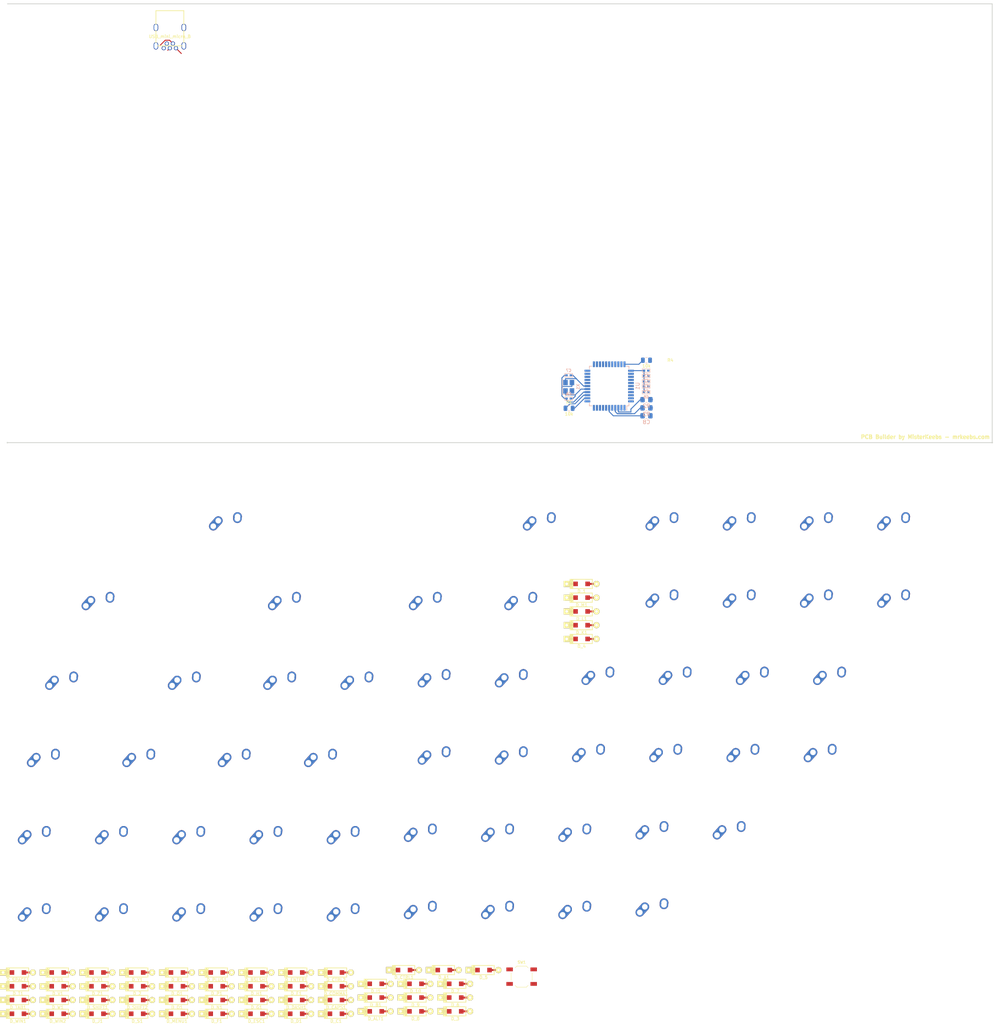
<source format=kicad_pcb>
(kicad_pcb (version 20190905) (host pcbnew "(5.99.0-208-ga1d3f3486)")
  (layers (0 "F.Cu" signal) (31 "B.Cu" signal) (34 "B.Paste" user) (35 "F.Paste" user) (36 "B.SilkS" user) (37 "F.SilkS" user) (38 "B.Mask" user) (39 "F.Mask" user) (44 "Edge.Cuts" user))
  (net 0 "")
  (net 1 "GND")
  (net 2 "VCC")
  (net 3 "Net-(D_1-Pad2)")
  (net 4 "Net-(D_2-Pad2)")
  (net 5 "Net-(D_3-Pad2)")
  (net 6 "Net-(D_4-Pad2)")
  (net 7 "Net-(D_5-Pad2)")
  (net 8 "Net-(D_6-Pad2)")
  (net 9 "Net-(D_7-Pad2)")
  (net 10 "Net-(D_8-Pad2)")
  (net 11 "Net-(D_9-Pad2)")
  (net 12 "Net-(D_SHIFT1-Pad2)")
  (net 13 "Net-(D_SPACE1-Pad2)")
  (net 14 "Net-(D_WIN1-Pad2)")
  (net 15 "Net-(D_CTRL1-Pad2)")
  (net 16 "Net-(C8-Pad1)")
  (net 17 "+5V")
  (net 18 "row0")
  (net 19 "row2")
  (net 20 "row4")
  (net 21 "row3")
  (net 22 "row1")
  (net 23 "Net-(J1-Pad4)")
  (net 24 "Net-(J1-Pad3)")
  (net 25 "Net-(J1-Pad2)")
  (net 26 "col10")
  (net 27 "col1")
  (net 28 "col2")
  (net 29 "col3")
  (net 30 "col4")
  (net 31 "col5")
  (net 32 "col6")
  (net 33 "col7")
  (net 34 "col8")
  (net 35 "col9")
  (net 36 "col12")
  (net 37 "col0")
  (net 38 "col11")
  (net 39 "reset")
  (net 40 "Net-(R3-Pad1)")
  (net 41 "Net-(U1-Pad42)")
  (net 42 "Net-(U1-Pad40)")
  (net 43 "Net-(U1-Pad39)")
  (net 44 "Net-(U1-Pad38)")
  (net 45 "Net-(U1-Pad37)")
  (net 46 "Net-(U1-Pad36)")
  (net 47 "Net-(U1-Pad29)")
  (net 48 "Net-(U1-Pad1)")
  (net 49 "Net-(C6-Pad1)")
  (net 50 "Net-(C7-Pad1)")
  (net 51 "Net-(D_10-Pad2)")
  (net 52 "Net-(D_A1-Pad2)")
  (net 53 "Net-(D_ALT1-Pad2)")
  (net 54 "Net-(D_B1-Pad2)")
  (net 55 "Net-(D_BSLSH1-Pad2)")
  (net 56 "Net-(D_C1-Pad2)")
  (net 57 "Net-(D_CAPS1-Pad2)")
  (net 58 "Net-(D_COMMA1-Pad2)")
  (net 59 "Net-(D_CTRL2-Pad2)")
  (net 60 "Net-(D_D1-Pad2)")
  (net 61 "Net-(D_DASH1-Pad2)")
  (net 62 "Net-(D_E1-Pad2)")
  (net 63 "Net-(D_ENTER1-Pad2)")
  (net 64 "Net-(D_ESC1-Pad2)")
  (net 65 "Net-(D_F1-Pad2)")
  (net 66 "Net-(D_G1-Pad2)")
  (net 67 "Net-(D_H1-Pad2)")
  (net 68 "Net-(D_I1-Pad2)")
  (net 69 "Net-(D_J1-Pad2)")
  (net 70 "Net-(D_K1-Pad2)")
  (net 71 "Net-(D_L1-Pad2)")
  (net 72 "Net-(D_M1-Pad2)")
  (net 73 "Net-(D_MENU1-Pad2)")
  (net 74 "Net-(D_N1-Pad2)")
  (net 75 "Net-(D_O1-Pad2)")
  (net 76 "Net-(D_P1-Pad2)")
  (net 77 "Net-(D_PLUS1-Pad2)")
  (net 78 "Net-(D_Q1-Pad2)")
  (net 79 "Net-(D_R1-Pad2)")
  (net 80 "Net-(D_S1-Pad2)")
  (net 81 "Net-(D_SHIFT2-Pad2)")
  (net 82 "Net-(D_T1-Pad2)")
  (net 83 "Net-(D_TAB1-Pad2)")
  (net 84 "Net-(D_U1-Pad2)")
  (net 85 "Net-(D_V1-Pad2)")
  (net 86 "Net-(D_W1-Pad2)")
  (net 87 "Net-(D_WIN2-Pad2)")
  (net 88 "Net-(D_X1-Pad2)")
  (net 89 "Net-(D_Y1-Pad2)")
  (net 90 "Net-(D_Z1-Pad2)")
  (net 91 "Net-(R2-Pad1)")
  (net 92 "Net-(R4-Pad2)")
  (module "Keebio-Parts:SW_SPST_TL3342" (layer "F.Cu") (at 129.533751 249.44375)
    (fp_text reference "SW1" (at 0 -3.75) (layer "F.SilkS") (effects (font (size 0.7 0.7))))
    (fp_text value "SW_PUSH")
    (pad "1" smd rect (at -3.15 -1.9) (size 1.7 1) (layers "F.Cu" "F.Paste" "F.Mask") (net 1 "GND"))
    (pad "1" smd rect (at 3.15 -1.9) (size 1.7 1) (layers "F.Cu" "F.Paste" "F.Mask") (net 1 "GND"))
    (pad "2" smd rect (at -3.15 1.9) (size 1.7 1) (layers "F.Cu" "F.Paste" "F.Mask") (net 39 "reset"))
    (pad "2" smd rect (at 3.15 1.9) (size 1.7 1) (layers "F.Cu" "F.Paste" "F.Mask") (net 39 "reset"))
  )
  (module "MX_Alps_Hybrid:MX-1U-NoLED" (layer "F.Cu") (at 83.458751 236.45875)
    (fp_text reference "K_Z1")
    (fp_text value "KEYSW")
    (pad "" np_thru_hole circle (at 5.08 0 48.0996) (size 1.75 1.75) (drill 1.75) (layers *.Cu *.Mask))
    (pad "" np_thru_hole circle (at -5.08 0 48.0996) (size 1.75 1.75) (drill 1.75) (layers *.Cu *.Mask))
    (pad "1" thru_hole circle (at -2.5 -4) (size 2.25 2.25) (drill 1.47) (layers *.Cu "B.Mask") (net 28 "col2"))
    (pad "" np_thru_hole circle (at 0 0) (size 3.9878 3.9878) (drill 3.9878) (layers *.Cu *.Mask))
    (pad "1" thru_hole oval (at -3.81 -2.54 48.0996) (size 4.211556 2.25) (drill 1.47 (offset 0.980778 0)) (layers *.Cu "B.Mask") (net 28 "col2"))
    (pad "2" thru_hole circle (at 2.54 -5.08) (size 2.25 2.25) (drill 1.47) (layers *.Cu "B.Mask") (net 90 "Net-(D_Z1-Pad2)"))
    (pad "2" thru_hole oval (at 2.5 -4.5 86.0548) (size 2.831378 2.25) (drill 1.47 (offset 0.290689 0)) (layers *.Cu "B.Mask") (net 90 "Net-(D_Z1-Pad2)"))
  )
  (module "MX_Alps_Hybrid:MX-1U-NoLED" (layer "F.Cu") (at 190.518751 174.57875)
    (fp_text reference "K_Y1")
    (fp_text value "KEYSW")
    (pad "" np_thru_hole circle (at 5.08 0 48.0996) (size 1.75 1.75) (drill 1.75) (layers *.Cu *.Mask))
    (pad "" np_thru_hole circle (at -5.08 0 48.0996) (size 1.75 1.75) (drill 1.75) (layers *.Cu *.Mask))
    (pad "1" thru_hole circle (at -2.5 -4) (size 2.25 2.25) (drill 1.47) (layers *.Cu "B.Mask") (net 33 "col7"))
    (pad "" np_thru_hole circle (at 0 0) (size 3.9878 3.9878) (drill 3.9878) (layers *.Cu *.Mask))
    (pad "1" thru_hole oval (at -3.81 -2.54 48.0996) (size 4.211556 2.25) (drill 1.47 (offset 0.980778 0)) (layers *.Cu "B.Mask") (net 33 "col7"))
    (pad "2" thru_hole circle (at 2.54 -5.08) (size 2.25 2.25) (drill 1.47) (layers *.Cu "B.Mask") (net 89 "Net-(D_Y1-Pad2)"))
    (pad "2" thru_hole oval (at 2.5 -4.5 86.0548) (size 2.831378 2.25) (drill 1.47 (offset 0.290689 0)) (layers *.Cu "B.Mask") (net 89 "Net-(D_Y1-Pad2)"))
  )
  (module "MX_Alps_Hybrid:MX-1U-NoLED" (layer "F.Cu") (at 22.858751 216.25875)
    (fp_text reference "K_X1")
    (fp_text value "KEYSW")
    (pad "" np_thru_hole circle (at 5.08 0 48.0996) (size 1.75 1.75) (drill 1.75) (layers *.Cu *.Mask))
    (pad "" np_thru_hole circle (at -5.08 0 48.0996) (size 1.75 1.75) (drill 1.75) (layers *.Cu *.Mask))
    (pad "1" thru_hole circle (at -2.5 -4) (size 2.25 2.25) (drill 1.47) (layers *.Cu "B.Mask") (net 29 "col3"))
    (pad "" np_thru_hole circle (at 0 0) (size 3.9878 3.9878) (drill 3.9878) (layers *.Cu *.Mask))
    (pad "1" thru_hole oval (at -3.81 -2.54 48.0996) (size 4.211556 2.25) (drill 1.47 (offset 0.980778 0)) (layers *.Cu "B.Mask") (net 29 "col3"))
    (pad "2" thru_hole circle (at 2.54 -5.08) (size 2.25 2.25) (drill 1.47) (layers *.Cu "B.Mask") (net 88 "Net-(D_X1-Pad2)"))
    (pad "2" thru_hole oval (at 2.5 -4.5 86.0548) (size 2.831378 2.25) (drill 1.47 (offset 0.290689 0)) (layers *.Cu "B.Mask") (net 88 "Net-(D_X1-Pad2)"))
  )
  (module "MX_Alps_Hybrid:MX-1U-NoLED" (layer "F.Cu") (at 22.858751 236.45875)
    (fp_text reference "K_WIN2")
    (fp_text value "KEYSW")
    (pad "" np_thru_hole circle (at 5.08 0 48.0996) (size 1.75 1.75) (drill 1.75) (layers *.Cu *.Mask))
    (pad "" np_thru_hole circle (at -5.08 0 48.0996) (size 1.75 1.75) (drill 1.75) (layers *.Cu *.Mask))
    (pad "1" thru_hole circle (at -2.5 -4) (size 2.25 2.25) (drill 1.47) (layers *.Cu "B.Mask") (net 26 "col10"))
    (pad "" np_thru_hole circle (at 0 0) (size 3.9878 3.9878) (drill 3.9878) (layers *.Cu *.Mask))
    (pad "1" thru_hole oval (at -3.81 -2.54 48.0996) (size 4.211556 2.25) (drill 1.47 (offset 0.980778 0)) (layers *.Cu "B.Mask") (net 26 "col10"))
    (pad "2" thru_hole circle (at 2.54 -5.08) (size 2.25 2.25) (drill 1.47) (layers *.Cu "B.Mask") (net 87 "Net-(D_WIN2-Pad2)"))
    (pad "2" thru_hole oval (at 2.5 -4.5 86.0548) (size 2.831378 2.25) (drill 1.47 (offset 0.290689 0)) (layers *.Cu "B.Mask") (net 87 "Net-(D_WIN2-Pad2)"))
  )
  (module "MX_Alps_Hybrid:MX-1.25U-NoLED" (layer "F.Cu") (at 30.000001 196.05875)
    (fp_text reference "K_WIN1")
    (fp_text value "KEYSW")
    (pad "" np_thru_hole circle (at 5.08 0 48.0996) (size 1.75 1.75) (drill 1.75) (layers *.Cu *.Mask))
    (pad "" np_thru_hole circle (at -5.08 0 48.0996) (size 1.75 1.75) (drill 1.75) (layers *.Cu *.Mask))
    (pad "1" thru_hole circle (at -2.5 -4) (size 2.25 2.25) (drill 1.47) (layers *.Cu "B.Mask") (net 27 "col1"))
    (pad "" np_thru_hole circle (at 0 0) (size 3.9878 3.9878) (drill 3.9878) (layers *.Cu *.Mask))
    (pad "1" thru_hole oval (at -3.81 -2.54 48.0996) (size 4.211556 2.25) (drill 1.47 (offset 0.980778 0)) (layers *.Cu "B.Mask") (net 27 "col1"))
    (pad "2" thru_hole circle (at 2.54 -5.08) (size 2.25 2.25) (drill 1.47) (layers *.Cu "B.Mask") (net 14 "Net-(D_WIN1-Pad2)"))
    (pad "2" thru_hole oval (at 2.5 -4.5 86.0548) (size 2.831378 2.25) (drill 1.47 (offset 0.290689 0)) (layers *.Cu "B.Mask") (net 14 "Net-(D_WIN1-Pad2)"))
  )
  (module "MX_Alps_Hybrid:MX-1U-NoLED" (layer "F.Cu") (at 87.058751 175.85875)
    (fp_text reference "K_W1")
    (fp_text value "KEYSW")
    (pad "" np_thru_hole circle (at 5.08 0 48.0996) (size 1.75 1.75) (drill 1.75) (layers *.Cu *.Mask))
    (pad "" np_thru_hole circle (at -5.08 0 48.0996) (size 1.75 1.75) (drill 1.75) (layers *.Cu *.Mask))
    (pad "1" thru_hole circle (at -2.5 -4) (size 2.25 2.25) (drill 1.47) (layers *.Cu "B.Mask") (net 29 "col3"))
    (pad "" np_thru_hole circle (at 0 0) (size 3.9878 3.9878) (drill 3.9878) (layers *.Cu *.Mask))
    (pad "1" thru_hole oval (at -3.81 -2.54 48.0996) (size 4.211556 2.25) (drill 1.47 (offset 0.980778 0)) (layers *.Cu "B.Mask") (net 29 "col3"))
    (pad "2" thru_hole circle (at 2.54 -5.08) (size 2.25 2.25) (drill 1.47) (layers *.Cu "B.Mask") (net 86 "Net-(D_W1-Pad2)"))
    (pad "2" thru_hole oval (at 2.5 -4.5 86.0548) (size 2.831378 2.25) (drill 1.47 (offset 0.290689 0)) (layers *.Cu "B.Mask") (net 86 "Net-(D_W1-Pad2)"))
  )
  (module "MX_Alps_Hybrid:MX-1U-NoLED" (layer "F.Cu") (at 166.878751 134.17875)
    (fp_text reference "K_V1")
    (fp_text value "KEYSW")
    (pad "" np_thru_hole circle (at 5.08 0 48.0996) (size 1.75 1.75) (drill 1.75) (layers *.Cu *.Mask))
    (pad "" np_thru_hole circle (at -5.08 0 48.0996) (size 1.75 1.75) (drill 1.75) (layers *.Cu *.Mask))
    (pad "1" thru_hole circle (at -2.5 -4) (size 2.25 2.25) (drill 1.47) (layers *.Cu "B.Mask") (net 31 "col5"))
    (pad "" np_thru_hole circle (at 0 0) (size 3.9878 3.9878) (drill 3.9878) (layers *.Cu *.Mask))
    (pad "1" thru_hole oval (at -3.81 -2.54 48.0996) (size 4.211556 2.25) (drill 1.47 (offset 0.980778 0)) (layers *.Cu "B.Mask") (net 31 "col5"))
    (pad "2" thru_hole circle (at 2.54 -5.08) (size 2.25 2.25) (drill 1.47) (layers *.Cu "B.Mask") (net 85 "Net-(D_V1-Pad2)"))
    (pad "2" thru_hole oval (at 2.5 -4.5 86.0548) (size 2.831378 2.25) (drill 1.47 (offset 0.290689 0)) (layers *.Cu "B.Mask") (net 85 "Net-(D_V1-Pad2)"))
  )
  (module "MX_Alps_Hybrid:MX-1U-NoLED" (layer "F.Cu") (at 66.858751 175.85875)
    (fp_text reference "K_U1")
    (fp_text value "KEYSW")
    (pad "" np_thru_hole circle (at 5.08 0 48.0996) (size 1.75 1.75) (drill 1.75) (layers *.Cu *.Mask))
    (pad "" np_thru_hole circle (at -5.08 0 48.0996) (size 1.75 1.75) (drill 1.75) (layers *.Cu *.Mask))
    (pad "1" thru_hole circle (at -2.5 -4) (size 2.25 2.25) (drill 1.47) (layers *.Cu "B.Mask") (net 34 "col8"))
    (pad "" np_thru_hole circle (at 0 0) (size 3.9878 3.9878) (drill 3.9878) (layers *.Cu *.Mask))
    (pad "1" thru_hole oval (at -3.81 -2.54 48.0996) (size 4.211556 2.25) (drill 1.47 (offset 0.980778 0)) (layers *.Cu "B.Mask") (net 34 "col8"))
    (pad "2" thru_hole circle (at 2.54 -5.08) (size 2.25 2.25) (drill 1.47) (layers *.Cu "B.Mask") (net 84 "Net-(D_U1-Pad2)"))
    (pad "2" thru_hole oval (at 2.5 -4.5 86.0548) (size 2.831378 2.25) (drill 1.47 (offset 0.290689 0)) (layers *.Cu "B.Mask") (net 84 "Net-(D_U1-Pad2)"))
  )
  (module "MX_Alps_Hybrid:MX-1.5U-NoLED" (layer "F.Cu") (at 41.901251 175.85875)
    (fp_text reference "K_TAB1")
    (fp_text value "KEYSW")
    (pad "" np_thru_hole circle (at 5.08 0 48.0996) (size 1.75 1.75) (drill 1.75) (layers *.Cu *.Mask))
    (pad "" np_thru_hole circle (at -5.08 0 48.0996) (size 1.75 1.75) (drill 1.75) (layers *.Cu *.Mask))
    (pad "1" thru_hole circle (at -2.5 -4) (size 2.25 2.25) (drill 1.47) (layers *.Cu "B.Mask") (net 37 "col0"))
    (pad "" np_thru_hole circle (at 0 0) (size 3.9878 3.9878) (drill 3.9878) (layers *.Cu *.Mask))
    (pad "1" thru_hole oval (at -3.81 -2.54 48.0996) (size 4.211556 2.25) (drill 1.47 (offset 0.980778 0)) (layers *.Cu "B.Mask") (net 37 "col0"))
    (pad "2" thru_hole circle (at 2.54 -5.08) (size 2.25 2.25) (drill 1.47) (layers *.Cu "B.Mask") (net 83 "Net-(D_TAB1-Pad2)"))
    (pad "2" thru_hole oval (at 2.5 -4.5 86.0548) (size 2.831378 2.25) (drill 1.47 (offset 0.290689 0)) (layers *.Cu "B.Mask") (net 83 "Net-(D_TAB1-Pad2)"))
  )
  (module "MX_Alps_Hybrid:MX-1U-NoLED" (layer "F.Cu") (at 2.658751 236.45875)
    (fp_text reference "K_T1")
    (fp_text value "KEYSW")
    (pad "" np_thru_hole circle (at 5.08 0 48.0996) (size 1.75 1.75) (drill 1.75) (layers *.Cu *.Mask))
    (pad "" np_thru_hole circle (at -5.08 0 48.0996) (size 1.75 1.75) (drill 1.75) (layers *.Cu *.Mask))
    (pad "1" thru_hole circle (at -2.5 -4) (size 2.25 2.25) (drill 1.47) (layers *.Cu "B.Mask") (net 32 "col6"))
    (pad "" np_thru_hole circle (at 0 0) (size 3.9878 3.9878) (drill 3.9878) (layers *.Cu *.Mask))
    (pad "1" thru_hole oval (at -3.81 -2.54 48.0996) (size 4.211556 2.25) (drill 1.47 (offset 0.980778 0)) (layers *.Cu "B.Mask") (net 32 "col6"))
    (pad "2" thru_hole circle (at 2.54 -5.08) (size 2.25 2.25) (drill 1.47) (layers *.Cu "B.Mask") (net 82 "Net-(D_T1-Pad2)"))
    (pad "2" thru_hole oval (at 2.5 -4.5 86.0548) (size 2.831378 2.25) (drill 1.47 (offset 0.290689 0)) (layers *.Cu "B.Mask") (net 82 "Net-(D_T1-Pad2)"))
  )
  (module "MX_Alps_Hybrid:MX-6.25U-NoLED" (layer "F.Cu") (at 52.665001 134.17875)
    (fp_text reference "K_SPACE1")
    (fp_text value "KEYSW")
    (pad "" np_thru_hole circle (at 49.9999 8.255) (size 3.9878 3.9878) (drill 3.9878) (layers *.Cu *.Mask))
    (pad "" np_thru_hole circle (at -49.9999 8.255) (size 3.9878 3.9878) (drill 3.9878) (layers *.Cu *.Mask))
    (pad "" np_thru_hole circle (at 49.9999 -6.985) (size 3.048 3.048) (drill 3.048) (layers *.Cu *.Mask))
    (pad "" np_thru_hole circle (at -49.9999 -6.985) (size 3.048 3.048) (drill 3.048) (layers *.Cu *.Mask))
    (pad "" np_thru_hole circle (at 5.08 0 48.0996) (size 1.75 1.75) (drill 1.75) (layers *.Cu *.Mask))
    (pad "" np_thru_hole circle (at -5.08 0 48.0996) (size 1.75 1.75) (drill 1.75) (layers *.Cu *.Mask))
    (pad "1" thru_hole circle (at -2.5 -4) (size 2.25 2.25) (drill 1.47) (layers *.Cu "B.Mask") (net 32 "col6"))
    (pad "" np_thru_hole circle (at 0 0) (size 3.9878 3.9878) (drill 3.9878) (layers *.Cu *.Mask))
    (pad "1" thru_hole oval (at -3.81 -2.54 48.0996) (size 4.211556 2.25) (drill 1.47 (offset 0.980778 0)) (layers *.Cu "B.Mask") (net 32 "col6"))
    (pad "2" thru_hole circle (at 2.54 -5.08) (size 2.25 2.25) (drill 1.47) (layers *.Cu "B.Mask") (net 13 "Net-(D_SPACE1-Pad2)"))
    (pad "2" thru_hole oval (at 2.5 -4.5 86.0548) (size 2.831378 2.25) (drill 1.47 (offset 0.290689 0)) (layers *.Cu "B.Mask") (net 13 "Net-(D_SPACE1-Pad2)"))
  )
  (module "MX_Alps_Hybrid:MX-2.75U-NoLED" (layer "F.Cu") (at 19.327501 155.01875)
    (fp_text reference "K_SHIFT2")
    (fp_text value "KEYSW")
    (pad "" np_thru_hole circle (at 11.938 8.255) (size 3.9878 3.9878) (drill 3.9878) (layers *.Cu *.Mask))
    (pad "" np_thru_hole circle (at -11.938 8.255) (size 3.9878 3.9878) (drill 3.9878) (layers *.Cu *.Mask))
    (pad "" np_thru_hole circle (at 11.938 -6.985) (size 3.048 3.048) (drill 3.048) (layers *.Cu *.Mask))
    (pad "" np_thru_hole circle (at -11.938 -6.985) (size 3.048 3.048) (drill 3.048) (layers *.Cu *.Mask))
    (pad "" np_thru_hole circle (at 5.08 0 48.0996) (size 1.75 1.75) (drill 1.75) (layers *.Cu *.Mask))
    (pad "" np_thru_hole circle (at -5.08 0 48.0996) (size 1.75 1.75) (drill 1.75) (layers *.Cu *.Mask))
    (pad "1" thru_hole circle (at -2.5 -4) (size 2.25 2.25) (drill 1.47) (layers *.Cu "B.Mask") (net 38 "col11"))
    (pad "" np_thru_hole circle (at 0 0) (size 3.9878 3.9878) (drill 3.9878) (layers *.Cu *.Mask))
    (pad "1" thru_hole oval (at -3.81 -2.54 48.0996) (size 4.211556 2.25) (drill 1.47 (offset 0.980778 0)) (layers *.Cu "B.Mask") (net 38 "col11"))
    (pad "2" thru_hole circle (at 2.54 -5.08) (size 2.25 2.25) (drill 1.47) (layers *.Cu "B.Mask") (net 81 "Net-(D_SHIFT2-Pad2)"))
    (pad "2" thru_hole oval (at 2.5 -4.5 86.0548) (size 2.831378 2.25) (drill 1.47 (offset 0.290689 0)) (layers *.Cu "B.Mask") (net 81 "Net-(D_SHIFT2-Pad2)"))
  )
  (module "MX_Alps_Hybrid:MX-2.25U-NoLED" (layer "F.Cu") (at 134.775001 134.17875)
    (fp_text reference "K_SHIFT1")
    (fp_text value "KEYSW")
    (pad "" np_thru_hole circle (at 11.938 8.255) (size 3.9878 3.9878) (drill 3.9878) (layers *.Cu *.Mask))
    (pad "" np_thru_hole circle (at -11.938 8.255) (size 3.9878 3.9878) (drill 3.9878) (layers *.Cu *.Mask))
    (pad "" np_thru_hole circle (at 11.938 -6.985) (size 3.048 3.048) (drill 3.048) (layers *.Cu *.Mask))
    (pad "" np_thru_hole circle (at -11.938 -6.985) (size 3.048 3.048) (drill 3.048) (layers *.Cu *.Mask))
    (pad "" np_thru_hole circle (at 5.08 0 48.0996) (size 1.75 1.75) (drill 1.75) (layers *.Cu *.Mask))
    (pad "" np_thru_hole circle (at -5.08 0 48.0996) (size 1.75 1.75) (drill 1.75) (layers *.Cu *.Mask))
    (pad "1" thru_hole circle (at -2.5 -4) (size 2.25 2.25) (drill 1.47) (layers *.Cu "B.Mask") (net 27 "col1"))
    (pad "" np_thru_hole circle (at 0 0) (size 3.9878 3.9878) (drill 3.9878) (layers *.Cu *.Mask))
    (pad "1" thru_hole oval (at -3.81 -2.54 48.0996) (size 4.211556 2.25) (drill 1.47 (offset 0.980778 0)) (layers *.Cu "B.Mask") (net 27 "col1"))
    (pad "2" thru_hole circle (at 2.54 -5.08) (size 2.25 2.25) (drill 1.47) (layers *.Cu "B.Mask") (net 12 "Net-(D_SHIFT1-Pad2)"))
    (pad "2" thru_hole oval (at 2.5 -4.5 86.0548) (size 2.831378 2.25) (drill 1.47 (offset 0.290689 0)) (layers *.Cu "B.Mask") (net 12 "Net-(D_SHIFT1-Pad2)"))
  )
  (module "MX_Alps_Hybrid:MX-1U-NoLED" (layer "F.Cu") (at 77.538751 196.05875)
    (fp_text reference "K_S1")
    (fp_text value "KEYSW")
    (pad "" np_thru_hole circle (at 5.08 0 48.0996) (size 1.75 1.75) (drill 1.75) (layers *.Cu *.Mask))
    (pad "" np_thru_hole circle (at -5.08 0 48.0996) (size 1.75 1.75) (drill 1.75) (layers *.Cu *.Mask))
    (pad "1" thru_hole circle (at -2.5 -4) (size 2.25 2.25) (drill 1.47) (layers *.Cu "B.Mask") (net 29 "col3"))
    (pad "" np_thru_hole circle (at 0 0) (size 3.9878 3.9878) (drill 3.9878) (layers *.Cu *.Mask))
    (pad "1" thru_hole oval (at -3.81 -2.54 48.0996) (size 4.211556 2.25) (drill 1.47 (offset 0.980778 0)) (layers *.Cu "B.Mask") (net 29 "col3"))
    (pad "2" thru_hole circle (at 2.54 -5.08) (size 2.25 2.25) (drill 1.47) (layers *.Cu "B.Mask") (net 80 "Net-(D_S1-Pad2)"))
    (pad "2" thru_hole oval (at 2.5 -4.5 86.0548) (size 2.831378 2.25) (drill 1.47 (offset 0.290689 0)) (layers *.Cu "B.Mask") (net 80 "Net-(D_S1-Pad2)"))
  )
  (module "MX_Alps_Hybrid:MX-1U-NoLED" (layer "F.Cu") (at 129.918751 155.01875)
    (fp_text reference "K_R1")
    (fp_text value "KEYSW")
    (pad "" np_thru_hole circle (at 5.08 0 48.0996) (size 1.75 1.75) (drill 1.75) (layers *.Cu *.Mask))
    (pad "" np_thru_hole circle (at -5.08 0 48.0996) (size 1.75 1.75) (drill 1.75) (layers *.Cu *.Mask))
    (pad "1" thru_hole circle (at -2.5 -4) (size 2.25 2.25) (drill 1.47) (layers *.Cu "B.Mask") (net 31 "col5"))
    (pad "" np_thru_hole circle (at 0 0) (size 3.9878 3.9878) (drill 3.9878) (layers *.Cu *.Mask))
    (pad "1" thru_hole oval (at -3.81 -2.54 48.0996) (size 4.211556 2.25) (drill 1.47 (offset 0.980778 0)) (layers *.Cu "B.Mask") (net 31 "col5"))
    (pad "2" thru_hole circle (at 2.54 -5.08) (size 2.25 2.25) (drill 1.47) (layers *.Cu "B.Mask") (net 79 "Net-(D_R1-Pad2)"))
    (pad "2" thru_hole oval (at 2.5 -4.5 86.0548) (size 2.831378 2.25) (drill 1.47 (offset 0.290689 0)) (layers *.Cu "B.Mask") (net 79 "Net-(D_R1-Pad2)"))
  )
  (module "MX_Alps_Hybrid:MX-1U-NoLED" (layer "F.Cu") (at 63.258751 216.25875)
    (fp_text reference "K_Q1")
    (fp_text value "KEYSW")
    (pad "" np_thru_hole circle (at 5.08 0 48.0996) (size 1.75 1.75) (drill 1.75) (layers *.Cu *.Mask))
    (pad "" np_thru_hole circle (at -5.08 0 48.0996) (size 1.75 1.75) (drill 1.75) (layers *.Cu *.Mask))
    (pad "1" thru_hole circle (at -2.5 -4) (size 2.25 2.25) (drill 1.47) (layers *.Cu "B.Mask") (net 28 "col2"))
    (pad "" np_thru_hole circle (at 0 0) (size 3.9878 3.9878) (drill 3.9878) (layers *.Cu *.Mask))
    (pad "1" thru_hole oval (at -3.81 -2.54 48.0996) (size 4.211556 2.25) (drill 1.47 (offset 0.980778 0)) (layers *.Cu "B.Mask") (net 28 "col2"))
    (pad "2" thru_hole circle (at 2.54 -5.08) (size 2.25 2.25) (drill 1.47) (layers *.Cu "B.Mask") (net 78 "Net-(D_Q1-Pad2)"))
    (pad "2" thru_hole oval (at 2.5 -4.5 86.0548) (size 2.831378 2.25) (drill 1.47 (offset 0.290689 0)) (layers *.Cu "B.Mask") (net 78 "Net-(D_Q1-Pad2)"))
  )
  (module "MX_Alps_Hybrid:MX-1U-NoLED" (layer "F.Cu") (at 43.058751 236.45875)
    (fp_text reference "K_PLUS1")
    (fp_text value "KEYSW")
    (pad "" np_thru_hole circle (at 5.08 0 48.0996) (size 1.75 1.75) (drill 1.75) (layers *.Cu *.Mask))
    (pad "" np_thru_hole circle (at -5.08 0 48.0996) (size 1.75 1.75) (drill 1.75) (layers *.Cu *.Mask))
    (pad "1" thru_hole circle (at -2.5 -4) (size 2.25 2.25) (drill 1.47) (layers *.Cu "B.Mask") (net 36 "col12"))
    (pad "" np_thru_hole circle (at 0 0) (size 3.9878 3.9878) (drill 3.9878) (layers *.Cu *.Mask))
    (pad "1" thru_hole oval (at -3.81 -2.54 48.0996) (size 4.211556 2.25) (drill 1.47 (offset 0.980778 0)) (layers *.Cu "B.Mask") (net 36 "col12"))
    (pad "2" thru_hole circle (at 2.54 -5.08) (size 2.25 2.25) (drill 1.47) (layers *.Cu "B.Mask") (net 77 "Net-(D_PLUS1-Pad2)"))
    (pad "2" thru_hole oval (at 2.5 -4.5 86.0548) (size 2.831378 2.25) (drill 1.47 (offset 0.290689 0)) (layers *.Cu "B.Mask") (net 77 "Net-(D_PLUS1-Pad2)"))
  )
  (module "MX_Alps_Hybrid:MX-1U-NoLED" (layer "F.Cu") (at 107.258751 175.21875)
    (fp_text reference "K_P1")
    (fp_text value "KEYSW")
    (pad "" np_thru_hole circle (at 5.08 0 48.0996) (size 1.75 1.75) (drill 1.75) (layers *.Cu *.Mask))
    (pad "" np_thru_hole circle (at -5.08 0 48.0996) (size 1.75 1.75) (drill 1.75) (layers *.Cu *.Mask))
    (pad "1" thru_hole circle (at -2.5 -4) (size 2.25 2.25) (drill 1.47) (layers *.Cu "B.Mask") (net 38 "col11"))
    (pad "" np_thru_hole circle (at 0 0) (size 3.9878 3.9878) (drill 3.9878) (layers *.Cu *.Mask))
    (pad "1" thru_hole oval (at -3.81 -2.54 48.0996) (size 4.211556 2.25) (drill 1.47 (offset 0.980778 0)) (layers *.Cu "B.Mask") (net 38 "col11"))
    (pad "2" thru_hole circle (at 2.54 -5.08) (size 2.25 2.25) (drill 1.47) (layers *.Cu "B.Mask") (net 76 "Net-(D_P1-Pad2)"))
    (pad "2" thru_hole oval (at 2.5 -4.5 86.0548) (size 2.831378 2.25) (drill 1.47 (offset 0.290689 0)) (layers *.Cu "B.Mask") (net 76 "Net-(D_P1-Pad2)"))
  )
  (module "MX_Alps_Hybrid:MX-1U-NoLED" (layer "F.Cu") (at 166.878751 154.37875)
    (fp_text reference "K_O1")
    (fp_text value "KEYSW")
    (pad "" np_thru_hole circle (at 5.08 0 48.0996) (size 1.75 1.75) (drill 1.75) (layers *.Cu *.Mask))
    (pad "" np_thru_hole circle (at -5.08 0 48.0996) (size 1.75 1.75) (drill 1.75) (layers *.Cu *.Mask))
    (pad "1" thru_hole circle (at -2.5 -4) (size 2.25 2.25) (drill 1.47) (layers *.Cu "B.Mask") (net 26 "col10"))
    (pad "" np_thru_hole circle (at 0 0) (size 3.9878 3.9878) (drill 3.9878) (layers *.Cu *.Mask))
    (pad "1" thru_hole oval (at -3.81 -2.54 48.0996) (size 4.211556 2.25) (drill 1.47 (offset 0.980778 0)) (layers *.Cu "B.Mask") (net 26 "col10"))
    (pad "2" thru_hole circle (at 2.54 -5.08) (size 2.25 2.25) (drill 1.47) (layers *.Cu "B.Mask") (net 75 "Net-(D_O1-Pad2)"))
    (pad "2" thru_hole oval (at 2.5 -4.5 86.0548) (size 2.831378 2.25) (drill 1.47 (offset 0.290689 0)) (layers *.Cu "B.Mask") (net 75 "Net-(D_O1-Pad2)"))
  )
  (module "MX_Alps_Hybrid:MX-1U-NoLED" (layer "F.Cu") (at 127.458751 175.21875)
    (fp_text reference "K_N1")
    (fp_text value "KEYSW")
    (pad "" np_thru_hole circle (at 5.08 0 48.0996) (size 1.75 1.75) (drill 1.75) (layers *.Cu *.Mask))
    (pad "" np_thru_hole circle (at -5.08 0 48.0996) (size 1.75 1.75) (drill 1.75) (layers *.Cu *.Mask))
    (pad "1" thru_hole circle (at -2.5 -4) (size 2.25 2.25) (drill 1.47) (layers *.Cu "B.Mask") (net 33 "col7"))
    (pad "" np_thru_hole circle (at 0 0) (size 3.9878 3.9878) (drill 3.9878) (layers *.Cu *.Mask))
    (pad "1" thru_hole oval (at -3.81 -2.54 48.0996) (size 4.211556 2.25) (drill 1.47 (offset 0.980778 0)) (layers *.Cu "B.Mask") (net 33 "col7"))
    (pad "2" thru_hole circle (at 2.54 -5.08) (size 2.25 2.25) (drill 1.47) (layers *.Cu "B.Mask") (net 74 "Net-(D_N1-Pad2)"))
    (pad "2" thru_hole oval (at 2.5 -4.5 86.0548) (size 2.831378 2.25) (drill 1.47 (offset 0.290689 0)) (layers *.Cu "B.Mask") (net 74 "Net-(D_N1-Pad2)"))
  )
  (module "MX_Alps_Hybrid:MX-1U-NoLED" (layer "F.Cu") (at 107.258751 195.41875)
    (fp_text reference "K_MENU1")
    (fp_text value "KEYSW")
    (pad "" np_thru_hole circle (at 5.08 0 48.0996) (size 1.75 1.75) (drill 1.75) (layers *.Cu *.Mask))
    (pad "" np_thru_hole circle (at -5.08 0 48.0996) (size 1.75 1.75) (drill 1.75) (layers *.Cu *.Mask))
    (pad "1" thru_hole circle (at -2.5 -4) (size 2.25 2.25) (drill 1.47) (layers *.Cu "B.Mask") (net 38 "col11"))
    (pad "" np_thru_hole circle (at 0 0) (size 3.9878 3.9878) (drill 3.9878) (layers *.Cu *.Mask))
    (pad "1" thru_hole oval (at -3.81 -2.54 48.0996) (size 4.211556 2.25) (drill 1.47 (offset 0.980778 0)) (layers *.Cu "B.Mask") (net 38 "col11"))
    (pad "2" thru_hole circle (at 2.54 -5.08) (size 2.25 2.25) (drill 1.47) (layers *.Cu "B.Mask") (net 73 "Net-(D_MENU1-Pad2)"))
    (pad "2" thru_hole oval (at 2.5 -4.5 86.0548) (size 2.831378 2.25) (drill 1.47 (offset 0.290689 0)) (layers *.Cu "B.Mask") (net 73 "Net-(D_MENU1-Pad2)"))
  )
  (module "MX_Alps_Hybrid:MX-1U-NoLED" (layer "F.Cu") (at 63.258751 236.45875)
    (fp_text reference "K_M1")
    (fp_text value "KEYSW")
    (pad "" np_thru_hole circle (at 5.08 0 48.0996) (size 1.75 1.75) (drill 1.75) (layers *.Cu *.Mask))
    (pad "" np_thru_hole circle (at -5.08 0 48.0996) (size 1.75 1.75) (drill 1.75) (layers *.Cu *.Mask))
    (pad "1" thru_hole circle (at -2.5 -4) (size 2.25 2.25) (drill 1.47) (layers *.Cu "B.Mask") (net 34 "col8"))
    (pad "" np_thru_hole circle (at 0 0) (size 3.9878 3.9878) (drill 3.9878) (layers *.Cu *.Mask))
    (pad "1" thru_hole oval (at -3.81 -2.54 48.0996) (size 4.211556 2.25) (drill 1.47 (offset 0.980778 0)) (layers *.Cu "B.Mask") (net 34 "col8"))
    (pad "2" thru_hole circle (at 2.54 -5.08) (size 2.25 2.25) (drill 1.47) (layers *.Cu "B.Mask") (net 72 "Net-(D_M1-Pad2)"))
    (pad "2" thru_hole oval (at 2.5 -4.5 86.0548) (size 2.831378 2.25) (drill 1.47 (offset 0.290689 0)) (layers *.Cu "B.Mask") (net 72 "Net-(D_M1-Pad2)"))
  )
  (module "MX_Alps_Hybrid:MX-1U-NoLED" (layer "F.Cu") (at 83.458751 216.25875)
    (fp_text reference "K_L1")
    (fp_text value "KEYSW")
    (pad "" np_thru_hole circle (at 5.08 0 48.0996) (size 1.75 1.75) (drill 1.75) (layers *.Cu *.Mask))
    (pad "" np_thru_hole circle (at -5.08 0 48.0996) (size 1.75 1.75) (drill 1.75) (layers *.Cu *.Mask))
    (pad "1" thru_hole circle (at -2.5 -4) (size 2.25 2.25) (drill 1.47) (layers *.Cu "B.Mask") (net 26 "col10"))
    (pad "" np_thru_hole circle (at 0 0) (size 3.9878 3.9878) (drill 3.9878) (layers *.Cu *.Mask))
    (pad "1" thru_hole oval (at -3.81 -2.54 48.0996) (size 4.211556 2.25) (drill 1.47 (offset 0.980778 0)) (layers *.Cu "B.Mask") (net 26 "col10"))
    (pad "2" thru_hole circle (at 2.54 -5.08) (size 2.25 2.25) (drill 1.47) (layers *.Cu "B.Mask") (net 71 "Net-(D_L1-Pad2)"))
    (pad "2" thru_hole oval (at 2.5 -4.5 86.0548) (size 2.831378 2.25) (drill 1.47 (offset 0.290689 0)) (layers *.Cu "B.Mask") (net 71 "Net-(D_L1-Pad2)"))
  )
  (module "MX_Alps_Hybrid:MX-1U-NoLED" (layer "F.Cu") (at 187.078751 134.17875)
    (fp_text reference "K_K1")
    (fp_text value "KEYSW")
    (pad "" np_thru_hole circle (at 5.08 0 48.0996) (size 1.75 1.75) (drill 1.75) (layers *.Cu *.Mask))
    (pad "" np_thru_hole circle (at -5.08 0 48.0996) (size 1.75 1.75) (drill 1.75) (layers *.Cu *.Mask))
    (pad "1" thru_hole circle (at -2.5 -4) (size 2.25 2.25) (drill 1.47) (layers *.Cu "B.Mask") (net 35 "col9"))
    (pad "" np_thru_hole circle (at 0 0) (size 3.9878 3.9878) (drill 3.9878) (layers *.Cu *.Mask))
    (pad "1" thru_hole oval (at -3.81 -2.54 48.0996) (size 4.211556 2.25) (drill 1.47 (offset 0.980778 0)) (layers *.Cu "B.Mask") (net 35 "col9"))
    (pad "2" thru_hole circle (at 2.54 -5.08) (size 2.25 2.25) (drill 1.47) (layers *.Cu "B.Mask") (net 70 "Net-(D_K1-Pad2)"))
    (pad "2" thru_hole oval (at 2.5 -4.5 86.0548) (size 2.831378 2.25) (drill 1.47 (offset 0.290689 0)) (layers *.Cu "B.Mask") (net 70 "Net-(D_K1-Pad2)"))
  )
  (module "MX_Alps_Hybrid:MX-1U-NoLED" (layer "F.Cu") (at 103.658751 215.61875)
    (fp_text reference "K_J1")
    (fp_text value "KEYSW")
    (pad "" np_thru_hole circle (at 5.08 0 48.0996) (size 1.75 1.75) (drill 1.75) (layers *.Cu *.Mask))
    (pad "" np_thru_hole circle (at -5.08 0 48.0996) (size 1.75 1.75) (drill 1.75) (layers *.Cu *.Mask))
    (pad "1" thru_hole circle (at -2.5 -4) (size 2.25 2.25) (drill 1.47) (layers *.Cu "B.Mask") (net 34 "col8"))
    (pad "" np_thru_hole circle (at 0 0) (size 3.9878 3.9878) (drill 3.9878) (layers *.Cu *.Mask))
    (pad "1" thru_hole oval (at -3.81 -2.54 48.0996) (size 4.211556 2.25) (drill 1.47 (offset 0.980778 0)) (layers *.Cu "B.Mask") (net 34 "col8"))
    (pad "2" thru_hole circle (at 2.54 -5.08) (size 2.25 2.25) (drill 1.47) (layers *.Cu "B.Mask") (net 69 "Net-(D_J1-Pad2)"))
    (pad "2" thru_hole oval (at 2.5 -4.5 86.0548) (size 2.831378 2.25) (drill 1.47 (offset 0.290689 0)) (layers *.Cu "B.Mask") (net 69 "Net-(D_J1-Pad2)"))
  )
  (module "MX_Alps_Hybrid:MX-1U-NoLED" (layer "F.Cu") (at 144.058751 215.61875)
    (fp_text reference "K_I1")
    (fp_text value "KEYSW")
    (pad "" np_thru_hole circle (at 5.08 0 48.0996) (size 1.75 1.75) (drill 1.75) (layers *.Cu *.Mask))
    (pad "" np_thru_hole circle (at -5.08 0 48.0996) (size 1.75 1.75) (drill 1.75) (layers *.Cu *.Mask))
    (pad "1" thru_hole circle (at -2.5 -4) (size 2.25 2.25) (drill 1.47) (layers *.Cu "B.Mask") (net 35 "col9"))
    (pad "" np_thru_hole circle (at 0 0) (size 3.9878 3.9878) (drill 3.9878) (layers *.Cu *.Mask))
    (pad "1" thru_hole oval (at -3.81 -2.54 48.0996) (size 4.211556 2.25) (drill 1.47 (offset 0.980778 0)) (layers *.Cu "B.Mask") (net 35 "col9"))
    (pad "2" thru_hole circle (at 2.54 -5.08) (size 2.25 2.25) (drill 1.47) (layers *.Cu "B.Mask") (net 68 "Net-(D_I1-Pad2)"))
    (pad "2" thru_hole oval (at 2.5 -4.5 86.0548) (size 2.831378 2.25) (drill 1.47 (offset 0.290689 0)) (layers *.Cu "B.Mask") (net 68 "Net-(D_I1-Pad2)"))
  )
  (module "MX_Alps_Hybrid:MX-1U-NoLED" (layer "F.Cu") (at 43.058751 216.25875)
    (fp_text reference "K_H1")
    (fp_text value "KEYSW")
    (pad "" np_thru_hole circle (at 5.08 0 48.0996) (size 1.75 1.75) (drill 1.75) (layers *.Cu *.Mask))
    (pad "" np_thru_hole circle (at -5.08 0 48.0996) (size 1.75 1.75) (drill 1.75) (layers *.Cu *.Mask))
    (pad "1" thru_hole circle (at -2.5 -4) (size 2.25 2.25) (drill 1.47) (layers *.Cu "B.Mask") (net 33 "col7"))
    (pad "" np_thru_hole circle (at 0 0) (size 3.9878 3.9878) (drill 3.9878) (layers *.Cu *.Mask))
    (pad "1" thru_hole oval (at -3.81 -2.54 48.0996) (size 4.211556 2.25) (drill 1.47 (offset 0.980778 0)) (layers *.Cu "B.Mask") (net 33 "col7"))
    (pad "2" thru_hole circle (at 2.54 -5.08) (size 2.25 2.25) (drill 1.47) (layers *.Cu "B.Mask") (net 67 "Net-(D_H1-Pad2)"))
    (pad "2" thru_hole oval (at 2.5 -4.5 86.0548) (size 2.831378 2.25) (drill 1.47 (offset 0.290689 0)) (layers *.Cu "B.Mask") (net 67 "Net-(D_H1-Pad2)"))
  )
  (module "MX_Alps_Hybrid:MX-1U-NoLED" (layer "F.Cu") (at 150.118751 174.57875)
    (fp_text reference "K_G1")
    (fp_text value "KEYSW")
    (pad "" np_thru_hole circle (at 5.08 0 48.0996) (size 1.75 1.75) (drill 1.75) (layers *.Cu *.Mask))
    (pad "" np_thru_hole circle (at -5.08 0 48.0996) (size 1.75 1.75) (drill 1.75) (layers *.Cu *.Mask))
    (pad "1" thru_hole circle (at -2.5 -4) (size 2.25 2.25) (drill 1.47) (layers *.Cu "B.Mask") (net 32 "col6"))
    (pad "" np_thru_hole circle (at 0 0) (size 3.9878 3.9878) (drill 3.9878) (layers *.Cu *.Mask))
    (pad "1" thru_hole oval (at -3.81 -2.54 48.0996) (size 4.211556 2.25) (drill 1.47 (offset 0.980778 0)) (layers *.Cu "B.Mask") (net 32 "col6"))
    (pad "2" thru_hole circle (at 2.54 -5.08) (size 2.25 2.25) (drill 1.47) (layers *.Cu "B.Mask") (net 66 "Net-(D_G1-Pad2)"))
    (pad "2" thru_hole oval (at 2.5 -4.5 86.0548) (size 2.831378 2.25) (drill 1.47 (offset 0.290689 0)) (layers *.Cu "B.Mask") (net 66 "Net-(D_G1-Pad2)"))
  )
  (module "MX_Alps_Hybrid:MX-1U-NoLED" (layer "F.Cu") (at 103.658751 235.81875)
    (fp_text reference "K_F1")
    (fp_text value "KEYSW")
    (pad "" np_thru_hole circle (at 5.08 0 48.0996) (size 1.75 1.75) (drill 1.75) (layers *.Cu *.Mask))
    (pad "" np_thru_hole circle (at -5.08 0 48.0996) (size 1.75 1.75) (drill 1.75) (layers *.Cu *.Mask))
    (pad "1" thru_hole circle (at -2.5 -4) (size 2.25 2.25) (drill 1.47) (layers *.Cu "B.Mask") (net 31 "col5"))
    (pad "" np_thru_hole circle (at 0 0) (size 3.9878 3.9878) (drill 3.9878) (layers *.Cu *.Mask))
    (pad "1" thru_hole oval (at -3.81 -2.54 48.0996) (size 4.211556 2.25) (drill 1.47 (offset 0.980778 0)) (layers *.Cu "B.Mask") (net 31 "col5"))
    (pad "2" thru_hole circle (at 2.54 -5.08) (size 2.25 2.25) (drill 1.47) (layers *.Cu "B.Mask") (net 65 "Net-(D_F1-Pad2)"))
    (pad "2" thru_hole oval (at 2.5 -4.5 86.0548) (size 2.831378 2.25) (drill 1.47 (offset 0.290689 0)) (layers *.Cu "B.Mask") (net 65 "Net-(D_F1-Pad2)"))
  )
  (module "MX_Alps_Hybrid:MX-1U-NoLED" (layer "F.Cu") (at 123.858751 215.61875)
    (fp_text reference "K_ESC1")
    (fp_text value "KEYSW")
    (pad "" np_thru_hole circle (at 5.08 0 48.0996) (size 1.75 1.75) (drill 1.75) (layers *.Cu *.Mask))
    (pad "" np_thru_hole circle (at -5.08 0 48.0996) (size 1.75 1.75) (drill 1.75) (layers *.Cu *.Mask))
    (pad "1" thru_hole circle (at -2.5 -4) (size 2.25 2.25) (drill 1.47) (layers *.Cu "B.Mask") (net 37 "col0"))
    (pad "" np_thru_hole circle (at 0 0) (size 3.9878 3.9878) (drill 3.9878) (layers *.Cu *.Mask))
    (pad "1" thru_hole oval (at -3.81 -2.54 48.0996) (size 4.211556 2.25) (drill 1.47 (offset 0.980778 0)) (layers *.Cu "B.Mask") (net 37 "col0"))
    (pad "2" thru_hole circle (at 2.54 -5.08) (size 2.25 2.25) (drill 1.47) (layers *.Cu "B.Mask") (net 64 "Net-(D_ESC1-Pad2)"))
    (pad "2" thru_hole oval (at 2.5 -4.5 86.0548) (size 2.831378 2.25) (drill 1.47 (offset 0.290689 0)) (layers *.Cu "B.Mask") (net 64 "Net-(D_ESC1-Pad2)"))
  )
  (module "MX_Alps_Hybrid:MX-2.25U-NoLED" (layer "F.Cu") (at 68.095001 155.01875)
    (fp_text reference "K_ENTER1")
    (fp_text value "KEYSW")
    (pad "" np_thru_hole circle (at 11.938 8.255) (size 3.9878 3.9878) (drill 3.9878) (layers *.Cu *.Mask))
    (pad "" np_thru_hole circle (at -11.938 8.255) (size 3.9878 3.9878) (drill 3.9878) (layers *.Cu *.Mask))
    (pad "" np_thru_hole circle (at 11.938 -6.985) (size 3.048 3.048) (drill 3.048) (layers *.Cu *.Mask))
    (pad "" np_thru_hole circle (at -11.938 -6.985) (size 3.048 3.048) (drill 3.048) (layers *.Cu *.Mask))
    (pad "" np_thru_hole circle (at 5.08 0 48.0996) (size 1.75 1.75) (drill 1.75) (layers *.Cu *.Mask))
    (pad "" np_thru_hole circle (at -5.08 0 48.0996) (size 1.75 1.75) (drill 1.75) (layers *.Cu *.Mask))
    (pad "1" thru_hole circle (at -2.5 -4) (size 2.25 2.25) (drill 1.47) (layers *.Cu "B.Mask") (net 38 "col11"))
    (pad "" np_thru_hole circle (at 0 0) (size 3.9878 3.9878) (drill 3.9878) (layers *.Cu *.Mask))
    (pad "1" thru_hole oval (at -3.81 -2.54 48.0996) (size 4.211556 2.25) (drill 1.47 (offset 0.980778 0)) (layers *.Cu "B.Mask") (net 38 "col11"))
    (pad "2" thru_hole circle (at 2.54 -5.08) (size 2.25 2.25) (drill 1.47) (layers *.Cu "B.Mask") (net 63 "Net-(D_ENTER1-Pad2)"))
    (pad "2" thru_hole oval (at 2.5 -4.5 86.0548) (size 2.831378 2.25) (drill 1.47 (offset 0.290689 0)) (layers *.Cu "B.Mask") (net 63 "Net-(D_ENTER1-Pad2)"))
  )
  (module "MX_Alps_Hybrid:MX-1U-NoLED" (layer "F.Cu") (at 127.458751 195.41875)
    (fp_text reference "K_E1")
    (fp_text value "KEYSW")
    (pad "" np_thru_hole circle (at 5.08 0 48.0996) (size 1.75 1.75) (drill 1.75) (layers *.Cu *.Mask))
    (pad "" np_thru_hole circle (at -5.08 0 48.0996) (size 1.75 1.75) (drill 1.75) (layers *.Cu *.Mask))
    (pad "1" thru_hole circle (at -2.5 -4) (size 2.25 2.25) (drill 1.47) (layers *.Cu "B.Mask") (net 30 "col4"))
    (pad "" np_thru_hole circle (at 0 0) (size 3.9878 3.9878) (drill 3.9878) (layers *.Cu *.Mask))
    (pad "1" thru_hole oval (at -3.81 -2.54 48.0996) (size 4.211556 2.25) (drill 1.47 (offset 0.980778 0)) (layers *.Cu "B.Mask") (net 30 "col4"))
    (pad "2" thru_hole circle (at 2.54 -5.08) (size 2.25 2.25) (drill 1.47) (layers *.Cu "B.Mask") (net 62 "Net-(D_E1-Pad2)"))
    (pad "2" thru_hole oval (at 2.5 -4.5 86.0548) (size 2.831378 2.25) (drill 1.47 (offset 0.290689 0)) (layers *.Cu "B.Mask") (net 62 "Net-(D_E1-Pad2)"))
  )
  (module "MX_Alps_Hybrid:MX-1U-NoLED" (layer "F.Cu") (at 187.078751 154.37875)
    (fp_text reference "K_DASH1")
    (fp_text value "KEYSW")
    (pad "" np_thru_hole circle (at 5.08 0 48.0996) (size 1.75 1.75) (drill 1.75) (layers *.Cu *.Mask))
    (pad "" np_thru_hole circle (at -5.08 0 48.0996) (size 1.75 1.75) (drill 1.75) (layers *.Cu *.Mask))
    (pad "1" thru_hole circle (at -2.5 -4) (size 2.25 2.25) (drill 1.47) (layers *.Cu "B.Mask") (net 38 "col11"))
    (pad "" np_thru_hole circle (at 0 0) (size 3.9878 3.9878) (drill 3.9878) (layers *.Cu *.Mask))
    (pad "1" thru_hole oval (at -3.81 -2.54 48.0996) (size 4.211556 2.25) (drill 1.47 (offset 0.980778 0)) (layers *.Cu "B.Mask") (net 38 "col11"))
    (pad "2" thru_hole circle (at 2.54 -5.08) (size 2.25 2.25) (drill 1.47) (layers *.Cu "B.Mask") (net 61 "Net-(D_DASH1-Pad2)"))
    (pad "2" thru_hole oval (at 2.5 -4.5 86.0548) (size 2.831378 2.25) (drill 1.47 (offset 0.290689 0)) (layers *.Cu "B.Mask") (net 61 "Net-(D_DASH1-Pad2)"))
  )
  (module "MX_Alps_Hybrid:MX-1U-NoLED" (layer "F.Cu") (at 207.278751 134.17875)
    (fp_text reference "K_D1")
    (fp_text value "KEYSW")
    (pad "" np_thru_hole circle (at 5.08 0 48.0996) (size 1.75 1.75) (drill 1.75) (layers *.Cu *.Mask))
    (pad "" np_thru_hole circle (at -5.08 0 48.0996) (size 1.75 1.75) (drill 1.75) (layers *.Cu *.Mask))
    (pad "1" thru_hole circle (at -2.5 -4) (size 2.25 2.25) (drill 1.47) (layers *.Cu "B.Mask") (net 30 "col4"))
    (pad "" np_thru_hole circle (at 0 0) (size 3.9878 3.9878) (drill 3.9878) (layers *.Cu *.Mask))
    (pad "1" thru_hole oval (at -3.81 -2.54 48.0996) (size 4.211556 2.25) (drill 1.47 (offset 0.980778 0)) (layers *.Cu "B.Mask") (net 30 "col4"))
    (pad "2" thru_hole circle (at 2.54 -5.08) (size 2.25 2.25) (drill 1.47) (layers *.Cu "B.Mask") (net 60 "Net-(D_D1-Pad2)"))
    (pad "2" thru_hole oval (at 2.5 -4.5 86.0548) (size 2.831378 2.25) (drill 1.47 (offset 0.290689 0)) (layers *.Cu "B.Mask") (net 60 "Net-(D_D1-Pad2)"))
  )
  (module "MX_Alps_Hybrid:MX-1U-NoLED" (layer "F.Cu") (at 147.658751 194.77875)
    (fp_text reference "K_CTRL2")
    (fp_text value "KEYSW")
    (pad "" np_thru_hole circle (at 5.08 0 48.0996) (size 1.75 1.75) (drill 1.75) (layers *.Cu *.Mask))
    (pad "" np_thru_hole circle (at -5.08 0 48.0996) (size 1.75 1.75) (drill 1.75) (layers *.Cu *.Mask))
    (pad "1" thru_hole circle (at -2.5 -4) (size 2.25 2.25) (drill 1.47) (layers *.Cu "B.Mask") (net 36 "col12"))
    (pad "" np_thru_hole circle (at 0 0) (size 3.9878 3.9878) (drill 3.9878) (layers *.Cu *.Mask))
    (pad "1" thru_hole oval (at -3.81 -2.54 48.0996) (size 4.211556 2.25) (drill 1.47 (offset 0.980778 0)) (layers *.Cu "B.Mask") (net 36 "col12"))
    (pad "2" thru_hole circle (at 2.54 -5.08) (size 2.25 2.25) (drill 1.47) (layers *.Cu "B.Mask") (net 59 "Net-(D_CTRL2-Pad2)"))
    (pad "2" thru_hole oval (at 2.5 -4.5 86.0548) (size 2.831378 2.25) (drill 1.47 (offset 0.290689 0)) (layers *.Cu "B.Mask") (net 59 "Net-(D_CTRL2-Pad2)"))
  )
  (module "MX_Alps_Hybrid:MX-1.25U-NoLED" (layer "F.Cu") (at 54.960001 196.05875)
    (fp_text reference "K_CTRL1")
    (fp_text value "KEYSW")
    (pad "" np_thru_hole circle (at 5.08 0 48.0996) (size 1.75 1.75) (drill 1.75) (layers *.Cu *.Mask))
    (pad "" np_thru_hole circle (at -5.08 0 48.0996) (size 1.75 1.75) (drill 1.75) (layers *.Cu *.Mask))
    (pad "1" thru_hole circle (at -2.5 -4) (size 2.25 2.25) (drill 1.47) (layers *.Cu "B.Mask") (net 37 "col0"))
    (pad "" np_thru_hole circle (at 0 0) (size 3.9878 3.9878) (drill 3.9878) (layers *.Cu *.Mask))
    (pad "1" thru_hole oval (at -3.81 -2.54 48.0996) (size 4.211556 2.25) (drill 1.47 (offset 0.980778 0)) (layers *.Cu "B.Mask") (net 37 "col0"))
    (pad "2" thru_hole circle (at 2.54 -5.08) (size 2.25 2.25) (drill 1.47) (layers *.Cu "B.Mask") (net 15 "Net-(D_CTRL1-Pad2)"))
    (pad "2" thru_hole oval (at 2.5 -4.5 86.0548) (size 2.831378 2.25) (drill 1.47 (offset 0.290689 0)) (layers *.Cu "B.Mask") (net 15 "Net-(D_CTRL1-Pad2)"))
  )
  (module "MX_Alps_Hybrid:MX-1U-NoLED" (layer "F.Cu") (at 170.318751 174.57875)
    (fp_text reference "K_COMMA1")
    (fp_text value "KEYSW")
    (pad "" np_thru_hole circle (at 5.08 0 48.0996) (size 1.75 1.75) (drill 1.75) (layers *.Cu *.Mask))
    (pad "" np_thru_hole circle (at -5.08 0 48.0996) (size 1.75 1.75) (drill 1.75) (layers *.Cu *.Mask))
    (pad "1" thru_hole circle (at -2.5 -4) (size 2.25 2.25) (drill 1.47) (layers *.Cu "B.Mask") (net 35 "col9"))
    (pad "" np_thru_hole circle (at 0 0) (size 3.9878 3.9878) (drill 3.9878) (layers *.Cu *.Mask))
    (pad "1" thru_hole oval (at -3.81 -2.54 48.0996) (size 4.211556 2.25) (drill 1.47 (offset 0.980778 0)) (layers *.Cu "B.Mask") (net 35 "col9"))
    (pad "2" thru_hole circle (at 2.54 -5.08) (size 2.25 2.25) (drill 1.47) (layers *.Cu "B.Mask") (net 58 "Net-(D_COMMA1-Pad2)"))
    (pad "2" thru_hole oval (at 2.5 -4.5 86.0548) (size 2.831378 2.25) (drill 1.47 (offset 0.290689 0)) (layers *.Cu "B.Mask") (net 58 "Net-(D_COMMA1-Pad2)"))
  )
  (module "MX_Alps_Hybrid:MX-1.75U-NoLED" (layer "F.Cu") (at 9.802501 175.85875)
    (fp_text reference "K_CAPS1")
    (fp_text value "KEYSW")
    (pad "" np_thru_hole circle (at 5.08 0 48.0996) (size 1.75 1.75) (drill 1.75) (layers *.Cu *.Mask))
    (pad "" np_thru_hole circle (at -5.08 0 48.0996) (size 1.75 1.75) (drill 1.75) (layers *.Cu *.Mask))
    (pad "1" thru_hole circle (at -2.5 -4) (size 2.25 2.25) (drill 1.47) (layers *.Cu "B.Mask") (net 37 "col0"))
    (pad "" np_thru_hole circle (at 0 0) (size 3.9878 3.9878) (drill 3.9878) (layers *.Cu *.Mask))
    (pad "1" thru_hole oval (at -3.81 -2.54 48.0996) (size 4.211556 2.25) (drill 1.47 (offset 0.980778 0)) (layers *.Cu "B.Mask") (net 37 "col0"))
    (pad "2" thru_hole circle (at 2.54 -5.08) (size 2.25 2.25) (drill 1.47) (layers *.Cu "B.Mask") (net 57 "Net-(D_CAPS1-Pad2)"))
    (pad "2" thru_hole oval (at 2.5 -4.5 86.0548) (size 2.831378 2.25) (drill 1.47 (offset 0.290689 0)) (layers *.Cu "B.Mask") (net 57 "Net-(D_CAPS1-Pad2)"))
  )
  (module "MX_Alps_Hybrid:MX-1U-NoLED" (layer "F.Cu") (at 123.858751 235.81875)
    (fp_text reference "K_C1")
    (fp_text value "KEYSW")
    (pad "" np_thru_hole circle (at 5.08 0 48.0996) (size 1.75 1.75) (drill 1.75) (layers *.Cu *.Mask))
    (pad "" np_thru_hole circle (at -5.08 0 48.0996) (size 1.75 1.75) (drill 1.75) (layers *.Cu *.Mask))
    (pad "1" thru_hole circle (at -2.5 -4) (size 2.25 2.25) (drill 1.47) (layers *.Cu "B.Mask") (net 30 "col4"))
    (pad "" np_thru_hole circle (at 0 0) (size 3.9878 3.9878) (drill 3.9878) (layers *.Cu *.Mask))
    (pad "1" thru_hole oval (at -3.81 -2.54 48.0996) (size 4.211556 2.25) (drill 1.47 (offset 0.980778 0)) (layers *.Cu "B.Mask") (net 30 "col4"))
    (pad "2" thru_hole circle (at 2.54 -5.08) (size 2.25 2.25) (drill 1.47) (layers *.Cu "B.Mask") (net 56 "Net-(D_C1-Pad2)"))
    (pad "2" thru_hole oval (at 2.5 -4.5 86.0548) (size 2.831378 2.25) (drill 1.47 (offset 0.290689 0)) (layers *.Cu "B.Mask") (net 56 "Net-(D_C1-Pad2)"))
  )
  (module "MX_Alps_Hybrid:MX-1.5U-NoLED" (layer "F.Cu") (at 104.961251 155.01875)
    (fp_text reference "K_BSLSH1")
    (fp_text value "KEYSW")
    (pad "" np_thru_hole circle (at 5.08 0 48.0996) (size 1.75 1.75) (drill 1.75) (layers *.Cu *.Mask))
    (pad "" np_thru_hole circle (at -5.08 0 48.0996) (size 1.75 1.75) (drill 1.75) (layers *.Cu *.Mask))
    (pad "1" thru_hole circle (at -2.5 -4) (size 2.25 2.25) (drill 1.47) (layers *.Cu "B.Mask") (net 36 "col12"))
    (pad "" np_thru_hole circle (at 0 0) (size 3.9878 3.9878) (drill 3.9878) (layers *.Cu *.Mask))
    (pad "1" thru_hole oval (at -3.81 -2.54 48.0996) (size 4.211556 2.25) (drill 1.47 (offset 0.980778 0)) (layers *.Cu "B.Mask") (net 36 "col12"))
    (pad "2" thru_hole circle (at 2.54 -5.08) (size 2.25 2.25) (drill 1.47) (layers *.Cu "B.Mask") (net 55 "Net-(D_BSLSH1-Pad2)"))
    (pad "2" thru_hole oval (at 2.5 -4.5 86.0548) (size 2.831378 2.25) (drill 1.47 (offset 0.290689 0)) (layers *.Cu "B.Mask") (net 55 "Net-(D_BSLSH1-Pad2)"))
  )
  (module "MX_Alps_Hybrid:MX-1U-NoLED" (layer "F.Cu") (at 207.278751 154.37875)
    (fp_text reference "K_B1")
    (fp_text value "KEYSW")
    (pad "" np_thru_hole circle (at 5.08 0 48.0996) (size 1.75 1.75) (drill 1.75) (layers *.Cu *.Mask))
    (pad "" np_thru_hole circle (at -5.08 0 48.0996) (size 1.75 1.75) (drill 1.75) (layers *.Cu *.Mask))
    (pad "1" thru_hole circle (at -2.5 -4) (size 2.25 2.25) (drill 1.47) (layers *.Cu "B.Mask") (net 32 "col6"))
    (pad "" np_thru_hole circle (at 0 0) (size 3.9878 3.9878) (drill 3.9878) (layers *.Cu *.Mask))
    (pad "1" thru_hole oval (at -3.81 -2.54 48.0996) (size 4.211556 2.25) (drill 1.47 (offset 0.980778 0)) (layers *.Cu "B.Mask") (net 32 "col6"))
    (pad "2" thru_hole circle (at 2.54 -5.08) (size 2.25 2.25) (drill 1.47) (layers *.Cu "B.Mask") (net 54 "Net-(D_B1-Pad2)"))
    (pad "2" thru_hole oval (at 2.5 -4.5 86.0548) (size 2.831378 2.25) (drill 1.47 (offset 0.290689 0)) (layers *.Cu "B.Mask") (net 54 "Net-(D_B1-Pad2)"))
  )
  (module "MX_Alps_Hybrid:MX-1.25U-NoLED" (layer "F.Cu") (at 5.040001 196.05875)
    (fp_text reference "K_ALT1")
    (fp_text value "KEYSW")
    (pad "" np_thru_hole circle (at 5.08 0 48.0996) (size 1.75 1.75) (drill 1.75) (layers *.Cu *.Mask))
    (pad "" np_thru_hole circle (at -5.08 0 48.0996) (size 1.75 1.75) (drill 1.75) (layers *.Cu *.Mask))
    (pad "1" thru_hole circle (at -2.5 -4) (size 2.25 2.25) (drill 1.47) (layers *.Cu "B.Mask") (net 29 "col3"))
    (pad "" np_thru_hole circle (at 0 0) (size 3.9878 3.9878) (drill 3.9878) (layers *.Cu *.Mask))
    (pad "1" thru_hole oval (at -3.81 -2.54 48.0996) (size 4.211556 2.25) (drill 1.47 (offset 0.980778 0)) (layers *.Cu "B.Mask") (net 29 "col3"))
    (pad "2" thru_hole circle (at 2.54 -5.08) (size 2.25 2.25) (drill 1.47) (layers *.Cu "B.Mask") (net 53 "Net-(D_ALT1-Pad2)"))
    (pad "2" thru_hole oval (at 2.5 -4.5 86.0548) (size 2.831378 2.25) (drill 1.47 (offset 0.290689 0)) (layers *.Cu "B.Mask") (net 53 "Net-(D_ALT1-Pad2)"))
  )
  (module "MX_Alps_Hybrid:MX-1U-NoLED" (layer "F.Cu") (at 167.858751 194.77875)
    (fp_text reference "K_A1")
    (fp_text value "KEYSW")
    (pad "" np_thru_hole circle (at 5.08 0 48.0996) (size 1.75 1.75) (drill 1.75) (layers *.Cu *.Mask))
    (pad "" np_thru_hole circle (at -5.08 0 48.0996) (size 1.75 1.75) (drill 1.75) (layers *.Cu *.Mask))
    (pad "1" thru_hole circle (at -2.5 -4) (size 2.25 2.25) (drill 1.47) (layers *.Cu "B.Mask") (net 28 "col2"))
    (pad "" np_thru_hole circle (at 0 0) (size 3.9878 3.9878) (drill 3.9878) (layers *.Cu *.Mask))
    (pad "1" thru_hole oval (at -3.81 -2.54 48.0996) (size 4.211556 2.25) (drill 1.47 (offset 0.980778 0)) (layers *.Cu "B.Mask") (net 28 "col2"))
    (pad "2" thru_hole circle (at 2.54 -5.08) (size 2.25 2.25) (drill 1.47) (layers *.Cu "B.Mask") (net 52 "Net-(D_A1-Pad2)"))
    (pad "2" thru_hole oval (at 2.5 -4.5 86.0548) (size 2.831378 2.25) (drill 1.47 (offset 0.290689 0)) (layers *.Cu "B.Mask") (net 52 "Net-(D_A1-Pad2)"))
  )
  (module "MX_Alps_Hybrid:MX-1U-NoLED" (layer "F.Cu") (at 227.478751 134.17875)
    (fp_text reference "K_10")
    (fp_text value "KEYSW")
    (pad "" np_thru_hole circle (at 5.08 0 48.0996) (size 1.75 1.75) (drill 1.75) (layers *.Cu *.Mask))
    (pad "" np_thru_hole circle (at -5.08 0 48.0996) (size 1.75 1.75) (drill 1.75) (layers *.Cu *.Mask))
    (pad "1" thru_hole circle (at -2.5 -4) (size 2.25 2.25) (drill 1.47) (layers *.Cu "B.Mask") (net 26 "col10"))
    (pad "" np_thru_hole circle (at 0 0) (size 3.9878 3.9878) (drill 3.9878) (layers *.Cu *.Mask))
    (pad "1" thru_hole oval (at -3.81 -2.54 48.0996) (size 4.211556 2.25) (drill 1.47 (offset 0.980778 0)) (layers *.Cu "B.Mask") (net 26 "col10"))
    (pad "2" thru_hole circle (at 2.54 -5.08) (size 2.25 2.25) (drill 1.47) (layers *.Cu "B.Mask") (net 51 "Net-(D_10-Pad2)"))
    (pad "2" thru_hole oval (at 2.5 -4.5 86.0548) (size 2.831378 2.25) (drill 1.47 (offset 0.290689 0)) (layers *.Cu "B.Mask") (net 51 "Net-(D_10-Pad2)"))
  )
  (module "MX_Alps_Hybrid:MX-1U-NoLED" (layer "F.Cu") (at 208.258751 194.77875)
    (fp_text reference "K_9")
    (fp_text value "KEYSW")
    (pad "" np_thru_hole circle (at 5.08 0 48.0996) (size 1.75 1.75) (drill 1.75) (layers *.Cu *.Mask))
    (pad "" np_thru_hole circle (at -5.08 0 48.0996) (size 1.75 1.75) (drill 1.75) (layers *.Cu *.Mask))
    (pad "1" thru_hole circle (at -2.5 -4) (size 2.25 2.25) (drill 1.47) (layers *.Cu "B.Mask") (net 35 "col9"))
    (pad "" np_thru_hole circle (at 0 0) (size 3.9878 3.9878) (drill 3.9878) (layers *.Cu *.Mask))
    (pad "1" thru_hole oval (at -3.81 -2.54 48.0996) (size 4.211556 2.25) (drill 1.47 (offset 0.980778 0)) (layers *.Cu "B.Mask") (net 35 "col9"))
    (pad "2" thru_hole circle (at 2.54 -5.08) (size 2.25 2.25) (drill 1.47) (layers *.Cu "B.Mask") (net 11 "Net-(D_9-Pad2)"))
    (pad "2" thru_hole oval (at 2.5 -4.5 86.0548) (size 2.831378 2.25) (drill 1.47 (offset 0.290689 0)) (layers *.Cu "B.Mask") (net 11 "Net-(D_9-Pad2)"))
  )
  (module "MX_Alps_Hybrid:MX-1U-NoLED" (layer "F.Cu") (at 164.258751 235.17875)
    (fp_text reference "K_8")
    (fp_text value "KEYSW")
    (pad "" np_thru_hole circle (at 5.08 0 48.0996) (size 1.75 1.75) (drill 1.75) (layers *.Cu *.Mask))
    (pad "" np_thru_hole circle (at -5.08 0 48.0996) (size 1.75 1.75) (drill 1.75) (layers *.Cu *.Mask))
    (pad "1" thru_hole circle (at -2.5 -4) (size 2.25 2.25) (drill 1.47) (layers *.Cu "B.Mask") (net 34 "col8"))
    (pad "" np_thru_hole circle (at 0 0) (size 3.9878 3.9878) (drill 3.9878) (layers *.Cu *.Mask))
    (pad "1" thru_hole oval (at -3.81 -2.54 48.0996) (size 4.211556 2.25) (drill 1.47 (offset 0.980778 0)) (layers *.Cu "B.Mask") (net 34 "col8"))
    (pad "2" thru_hole circle (at 2.54 -5.08) (size 2.25 2.25) (drill 1.47) (layers *.Cu "B.Mask") (net 10 "Net-(D_8-Pad2)"))
    (pad "2" thru_hole oval (at 2.5 -4.5 86.0548) (size 2.831378 2.25) (drill 1.47 (offset 0.290689 0)) (layers *.Cu "B.Mask") (net 10 "Net-(D_8-Pad2)"))
  )
  (module "MX_Alps_Hybrid:MX-1U-NoLED" (layer "F.Cu") (at 184.458751 214.97875)
    (fp_text reference "K_7")
    (fp_text value "KEYSW")
    (pad "" np_thru_hole circle (at 5.08 0 48.0996) (size 1.75 1.75) (drill 1.75) (layers *.Cu *.Mask))
    (pad "" np_thru_hole circle (at -5.08 0 48.0996) (size 1.75 1.75) (drill 1.75) (layers *.Cu *.Mask))
    (pad "1" thru_hole circle (at -2.5 -4) (size 2.25 2.25) (drill 1.47) (layers *.Cu "B.Mask") (net 33 "col7"))
    (pad "" np_thru_hole circle (at 0 0) (size 3.9878 3.9878) (drill 3.9878) (layers *.Cu *.Mask))
    (pad "1" thru_hole oval (at -3.81 -2.54 48.0996) (size 4.211556 2.25) (drill 1.47 (offset 0.980778 0)) (layers *.Cu "B.Mask") (net 33 "col7"))
    (pad "2" thru_hole circle (at 2.54 -5.08) (size 2.25 2.25) (drill 1.47) (layers *.Cu "B.Mask") (net 9 "Net-(D_7-Pad2)"))
    (pad "2" thru_hole oval (at 2.5 -4.5 86.0548) (size 2.831378 2.25) (drill 1.47 (offset 0.290689 0)) (layers *.Cu "B.Mask") (net 9 "Net-(D_7-Pad2)"))
  )
  (module "MX_Alps_Hybrid:MX-1U-NoLED" (layer "F.Cu") (at 210.718751 174.57875)
    (fp_text reference "K_6")
    (fp_text value "KEYSW")
    (pad "" np_thru_hole circle (at 5.08 0 48.0996) (size 1.75 1.75) (drill 1.75) (layers *.Cu *.Mask))
    (pad "" np_thru_hole circle (at -5.08 0 48.0996) (size 1.75 1.75) (drill 1.75) (layers *.Cu *.Mask))
    (pad "1" thru_hole circle (at -2.5 -4) (size 2.25 2.25) (drill 1.47) (layers *.Cu "B.Mask") (net 32 "col6"))
    (pad "" np_thru_hole circle (at 0 0) (size 3.9878 3.9878) (drill 3.9878) (layers *.Cu *.Mask))
    (pad "1" thru_hole oval (at -3.81 -2.54 48.0996) (size 4.211556 2.25) (drill 1.47 (offset 0.980778 0)) (layers *.Cu "B.Mask") (net 32 "col6"))
    (pad "2" thru_hole circle (at 2.54 -5.08) (size 2.25 2.25) (drill 1.47) (layers *.Cu "B.Mask") (net 8 "Net-(D_6-Pad2)"))
    (pad "2" thru_hole oval (at 2.5 -4.5 86.0548) (size 2.831378 2.25) (drill 1.47 (offset 0.290689 0)) (layers *.Cu "B.Mask") (net 8 "Net-(D_6-Pad2)"))
  )
  (module "MX_Alps_Hybrid:MX-1U-NoLED" (layer "F.Cu") (at 188.058751 194.77875)
    (fp_text reference "K_5")
    (fp_text value "KEYSW")
    (pad "" np_thru_hole circle (at 5.08 0 48.0996) (size 1.75 1.75) (drill 1.75) (layers *.Cu *.Mask))
    (pad "" np_thru_hole circle (at -5.08 0 48.0996) (size 1.75 1.75) (drill 1.75) (layers *.Cu *.Mask))
    (pad "1" thru_hole circle (at -2.5 -4) (size 2.25 2.25) (drill 1.47) (layers *.Cu "B.Mask") (net 31 "col5"))
    (pad "" np_thru_hole circle (at 0 0) (size 3.9878 3.9878) (drill 3.9878) (layers *.Cu *.Mask))
    (pad "1" thru_hole oval (at -3.81 -2.54 48.0996) (size 4.211556 2.25) (drill 1.47 (offset 0.980778 0)) (layers *.Cu "B.Mask") (net 31 "col5"))
    (pad "2" thru_hole circle (at 2.54 -5.08) (size 2.25 2.25) (drill 1.47) (layers *.Cu "B.Mask") (net 7 "Net-(D_5-Pad2)"))
    (pad "2" thru_hole oval (at 2.5 -4.5 86.0548) (size 2.831378 2.25) (drill 1.47 (offset 0.290689 0)) (layers *.Cu "B.Mask") (net 7 "Net-(D_5-Pad2)"))
  )
  (module "MX_Alps_Hybrid:MX-1U-NoLED" (layer "F.Cu") (at 227.478751 154.37875)
    (fp_text reference "K_4")
    (fp_text value "KEYSW")
    (pad "" np_thru_hole circle (at 5.08 0 48.0996) (size 1.75 1.75) (drill 1.75) (layers *.Cu *.Mask))
    (pad "" np_thru_hole circle (at -5.08 0 48.0996) (size 1.75 1.75) (drill 1.75) (layers *.Cu *.Mask))
    (pad "1" thru_hole circle (at -2.5 -4) (size 2.25 2.25) (drill 1.47) (layers *.Cu "B.Mask") (net 30 "col4"))
    (pad "" np_thru_hole circle (at 0 0) (size 3.9878 3.9878) (drill 3.9878) (layers *.Cu *.Mask))
    (pad "1" thru_hole oval (at -3.81 -2.54 48.0996) (size 4.211556 2.25) (drill 1.47 (offset 0.980778 0)) (layers *.Cu "B.Mask") (net 30 "col4"))
    (pad "2" thru_hole circle (at 2.54 -5.08) (size 2.25 2.25) (drill 1.47) (layers *.Cu "B.Mask") (net 6 "Net-(D_4-Pad2)"))
    (pad "2" thru_hole oval (at 2.5 -4.5 86.0548) (size 2.831378 2.25) (drill 1.47 (offset 0.290689 0)) (layers *.Cu "B.Mask") (net 6 "Net-(D_4-Pad2)"))
  )
  (module "MX_Alps_Hybrid:MX-1U-NoLED" (layer "F.Cu") (at 164.258751 214.97875)
    (fp_text reference "K_3")
    (fp_text value "KEYSW")
    (pad "" np_thru_hole circle (at 5.08 0 48.0996) (size 1.75 1.75) (drill 1.75) (layers *.Cu *.Mask))
    (pad "" np_thru_hole circle (at -5.08 0 48.0996) (size 1.75 1.75) (drill 1.75) (layers *.Cu *.Mask))
    (pad "1" thru_hole circle (at -2.5 -4) (size 2.25 2.25) (drill 1.47) (layers *.Cu "B.Mask") (net 29 "col3"))
    (pad "" np_thru_hole circle (at 0 0) (size 3.9878 3.9878) (drill 3.9878) (layers *.Cu *.Mask))
    (pad "1" thru_hole oval (at -3.81 -2.54 48.0996) (size 4.211556 2.25) (drill 1.47 (offset 0.980778 0)) (layers *.Cu "B.Mask") (net 29 "col3"))
    (pad "2" thru_hole circle (at 2.54 -5.08) (size 2.25 2.25) (drill 1.47) (layers *.Cu "B.Mask") (net 5 "Net-(D_3-Pad2)"))
    (pad "2" thru_hole oval (at 2.5 -4.5 86.0548) (size 2.831378 2.25) (drill 1.47 (offset 0.290689 0)) (layers *.Cu "B.Mask") (net 5 "Net-(D_3-Pad2)"))
  )
  (module "MX_Alps_Hybrid:MX-1U-NoLED" (layer "F.Cu") (at 144.058751 235.81875)
    (fp_text reference "K_2")
    (fp_text value "KEYSW")
    (pad "" np_thru_hole circle (at 5.08 0 48.0996) (size 1.75 1.75) (drill 1.75) (layers *.Cu *.Mask))
    (pad "" np_thru_hole circle (at -5.08 0 48.0996) (size 1.75 1.75) (drill 1.75) (layers *.Cu *.Mask))
    (pad "1" thru_hole circle (at -2.5 -4) (size 2.25 2.25) (drill 1.47) (layers *.Cu "B.Mask") (net 28 "col2"))
    (pad "" np_thru_hole circle (at 0 0) (size 3.9878 3.9878) (drill 3.9878) (layers *.Cu *.Mask))
    (pad "1" thru_hole oval (at -3.81 -2.54 48.0996) (size 4.211556 2.25) (drill 1.47 (offset 0.980778 0)) (layers *.Cu "B.Mask") (net 28 "col2"))
    (pad "2" thru_hole circle (at 2.54 -5.08) (size 2.25 2.25) (drill 1.47) (layers *.Cu "B.Mask") (net 4 "Net-(D_2-Pad2)"))
    (pad "2" thru_hole oval (at 2.5 -4.5 86.0548) (size 2.831378 2.25) (drill 1.47 (offset 0.290689 0)) (layers *.Cu "B.Mask") (net 4 "Net-(D_2-Pad2)"))
  )
  (module "MX_Alps_Hybrid:MX-1U-NoLED" (layer "F.Cu") (at 2.658751 216.25875)
    (fp_text reference "K_1")
    (fp_text value "KEYSW")
    (pad "" np_thru_hole circle (at 5.08 0 48.0996) (size 1.75 1.75) (drill 1.75) (layers *.Cu *.Mask))
    (pad "" np_thru_hole circle (at -5.08 0 48.0996) (size 1.75 1.75) (drill 1.75) (layers *.Cu *.Mask))
    (pad "1" thru_hole circle (at -2.5 -4) (size 2.25 2.25) (drill 1.47) (layers *.Cu "B.Mask") (net 27 "col1"))
    (pad "" np_thru_hole circle (at 0 0) (size 3.9878 3.9878) (drill 3.9878) (layers *.Cu *.Mask))
    (pad "1" thru_hole oval (at -3.81 -2.54 48.0996) (size 4.211556 2.25) (drill 1.47 (offset 0.980778 0)) (layers *.Cu "B.Mask") (net 27 "col1"))
    (pad "2" thru_hole circle (at 2.54 -5.08) (size 2.25 2.25) (drill 1.47) (layers *.Cu "B.Mask") (net 3 "Net-(D_1-Pad2)"))
    (pad "2" thru_hole oval (at 2.5 -4.5 86.0548) (size 2.831378 2.25) (drill 1.47 (offset 0.290689 0)) (layers *.Cu "B.Mask") (net 3 "Net-(D_1-Pad2)"))
  )
  (module "keyboard_parts:D_SOD123_axial" (layer "F.Cu") (at 18.55875 251.95875)
    (fp_text reference "D_Z1" (at 0 1.925) (layer "F.SilkS") (effects (font (size 0.8 0.8))))
    (fp_text value "D" hide)
    (pad "2" smd rect (at 2.7 0) (size 2.5 0.5) (layers "F.Cu") (net 90 "Net-(D_Z1-Pad2)"))
    (pad "1" smd rect (at -2.7 0) (size 2.5 0.5) (layers "F.Cu") (net 21 "row3"))
    (pad "2" thru_hole circle (at 3.9 0) (size 1.6 1.6) (drill 0.7) (layers *.Cu *.Mask "F.SilkS") (net 90 "Net-(D_Z1-Pad2)"))
    (pad "1" thru_hole rect (at -3.9 0) (size 1.6 1.6) (drill 0.7) (layers *.Cu *.Mask "F.SilkS") (net 21 "row3"))
    (pad "1" smd rect (at -1.575 0) (size 1.2 1.2) (layers "F.Cu" "F.Paste" "F.Mask") (net 21 "row3"))
    (pad "2" smd rect (at 1.575 0) (size 1.2 1.2) (layers "F.Cu" "F.Paste" "F.Mask") (net 90 "Net-(D_Z1-Pad2)"))
  )
  (module "keyboard_parts:D_SOD123_axial" (layer "F.Cu") (at 28.95875 248.35875)
    (fp_text reference "D_Y1" (at 0 1.925) (layer "F.SilkS") (effects (font (size 0.8 0.8))))
    (fp_text value "D" hide)
    (pad "2" smd rect (at 2.7 0) (size 2.5 0.5) (layers "F.Cu") (net 89 "Net-(D_Y1-Pad2)"))
    (pad "1" smd rect (at -2.7 0) (size 2.5 0.5) (layers "F.Cu") (net 22 "row1"))
    (pad "2" thru_hole circle (at 3.9 0) (size 1.6 1.6) (drill 0.7) (layers *.Cu *.Mask "F.SilkS") (net 89 "Net-(D_Y1-Pad2)"))
    (pad "1" thru_hole rect (at -3.9 0) (size 1.6 1.6) (drill 0.7) (layers *.Cu *.Mask "F.SilkS") (net 22 "row1"))
    (pad "1" smd rect (at -1.575 0) (size 1.2 1.2) (layers "F.Cu" "F.Paste" "F.Mask") (net 22 "row1"))
    (pad "2" smd rect (at 1.575 0) (size 1.2 1.2) (layers "F.Cu" "F.Paste" "F.Mask") (net 89 "Net-(D_Y1-Pad2)"))
  )
  (module "keyboard_parts:D_SOD123_axial" (layer "F.Cu") (at 18.55875 248.35875)
    (fp_text reference "D_X1" (at 0 1.925) (layer "F.SilkS") (effects (font (size 0.8 0.8))))
    (fp_text value "D" hide)
    (pad "2" smd rect (at 2.7 0) (size 2.5 0.5) (layers "F.Cu") (net 88 "Net-(D_X1-Pad2)"))
    (pad "1" smd rect (at -2.7 0) (size 2.5 0.5) (layers "F.Cu") (net 21 "row3"))
    (pad "2" thru_hole circle (at 3.9 0) (size 1.6 1.6) (drill 0.7) (layers *.Cu *.Mask "F.SilkS") (net 88 "Net-(D_X1-Pad2)"))
    (pad "1" thru_hole rect (at -3.9 0) (size 1.6 1.6) (drill 0.7) (layers *.Cu *.Mask "F.SilkS") (net 21 "row3"))
    (pad "1" smd rect (at -1.575 0) (size 1.2 1.2) (layers "F.Cu" "F.Paste" "F.Mask") (net 21 "row3"))
    (pad "2" smd rect (at 1.575 0) (size 1.2 1.2) (layers "F.Cu" "F.Paste" "F.Mask") (net 88 "Net-(D_X1-Pad2)"))
  )
  (module "keyboard_parts:D_SOD123_axial" (layer "F.Cu") (at 8.15875 259.15875)
    (fp_text reference "D_WIN2" (at 0 1.925) (layer "F.SilkS") (effects (font (size 0.8 0.8))))
    (fp_text value "D" hide)
    (pad "2" smd rect (at 2.7 0) (size 2.5 0.5) (layers "F.Cu") (net 87 "Net-(D_WIN2-Pad2)"))
    (pad "1" smd rect (at -2.7 0) (size 2.5 0.5) (layers "F.Cu") (net 20 "row4"))
    (pad "2" thru_hole circle (at 3.9 0) (size 1.6 1.6) (drill 0.7) (layers *.Cu *.Mask "F.SilkS") (net 87 "Net-(D_WIN2-Pad2)"))
    (pad "1" thru_hole rect (at -3.9 0) (size 1.6 1.6) (drill 0.7) (layers *.Cu *.Mask "F.SilkS") (net 20 "row4"))
    (pad "1" smd rect (at -1.575 0) (size 1.2 1.2) (layers "F.Cu" "F.Paste" "F.Mask") (net 20 "row4"))
    (pad "2" smd rect (at 1.575 0) (size 1.2 1.2) (layers "F.Cu" "F.Paste" "F.Mask") (net 87 "Net-(D_WIN2-Pad2)"))
  )
  (module "keyboard_parts:D_SOD123_axial" (layer "F.Cu") (at -2.24125 259.15875)
    (fp_text reference "D_WIN1" (at 0 1.925) (layer "F.SilkS") (effects (font (size 0.8 0.8))))
    (fp_text value "D" hide)
    (pad "2" smd rect (at 2.7 0) (size 2.5 0.5) (layers "F.Cu") (net 14 "Net-(D_WIN1-Pad2)"))
    (pad "1" smd rect (at -2.7 0) (size 2.5 0.5) (layers "F.Cu") (net 20 "row4"))
    (pad "2" thru_hole circle (at 3.9 0) (size 1.6 1.6) (drill 0.7) (layers *.Cu *.Mask "F.SilkS") (net 14 "Net-(D_WIN1-Pad2)"))
    (pad "1" thru_hole rect (at -3.9 0) (size 1.6 1.6) (drill 0.7) (layers *.Cu *.Mask "F.SilkS") (net 20 "row4"))
    (pad "1" smd rect (at -1.575 0) (size 1.2 1.2) (layers "F.Cu" "F.Paste" "F.Mask") (net 20 "row4"))
    (pad "2" smd rect (at 1.575 0) (size 1.2 1.2) (layers "F.Cu" "F.Paste" "F.Mask") (net 14 "Net-(D_WIN1-Pad2)"))
  )
  (module "keyboard_parts:D_SOD123_axial" (layer "F.Cu") (at 8.15875 255.55875)
    (fp_text reference "D_W1" (at 0 1.925) (layer "F.SilkS") (effects (font (size 0.8 0.8))))
    (fp_text value "D" hide)
    (pad "2" smd rect (at 2.7 0) (size 2.5 0.5) (layers "F.Cu") (net 86 "Net-(D_W1-Pad2)"))
    (pad "1" smd rect (at -2.7 0) (size 2.5 0.5) (layers "F.Cu") (net 22 "row1"))
    (pad "2" thru_hole circle (at 3.9 0) (size 1.6 1.6) (drill 0.7) (layers *.Cu *.Mask "F.SilkS") (net 86 "Net-(D_W1-Pad2)"))
    (pad "1" thru_hole rect (at -3.9 0) (size 1.6 1.6) (drill 0.7) (layers *.Cu *.Mask "F.SilkS") (net 22 "row1"))
    (pad "1" smd rect (at -1.575 0) (size 1.2 1.2) (layers "F.Cu" "F.Paste" "F.Mask") (net 22 "row1"))
    (pad "2" smd rect (at 1.575 0) (size 1.2 1.2) (layers "F.Cu" "F.Paste" "F.Mask") (net 86 "Net-(D_W1-Pad2)"))
  )
  (module "keyboard_parts:D_SOD123_axial" (layer "F.Cu") (at 8.15875 251.95875)
    (fp_text reference "D_V1" (at 0 1.925) (layer "F.SilkS") (effects (font (size 0.8 0.8))))
    (fp_text value "D" hide)
    (pad "2" smd rect (at 2.7 0) (size 2.5 0.5) (layers "F.Cu") (net 85 "Net-(D_V1-Pad2)"))
    (pad "1" smd rect (at -2.7 0) (size 2.5 0.5) (layers "F.Cu") (net 21 "row3"))
    (pad "2" thru_hole circle (at 3.9 0) (size 1.6 1.6) (drill 0.7) (layers *.Cu *.Mask "F.SilkS") (net 85 "Net-(D_V1-Pad2)"))
    (pad "1" thru_hole rect (at -3.9 0) (size 1.6 1.6) (drill 0.7) (layers *.Cu *.Mask "F.SilkS") (net 21 "row3"))
    (pad "1" smd rect (at -1.575 0) (size 1.2 1.2) (layers "F.Cu" "F.Paste" "F.Mask") (net 21 "row3"))
    (pad "2" smd rect (at 1.575 0) (size 1.2 1.2) (layers "F.Cu" "F.Paste" "F.Mask") (net 85 "Net-(D_V1-Pad2)"))
  )
  (module "keyboard_parts:D_SOD123_axial" (layer "F.Cu") (at 8.15875 248.35875)
    (fp_text reference "D_U1" (at 0 1.925) (layer "F.SilkS") (effects (font (size 0.8 0.8))))
    (fp_text value "D" hide)
    (pad "2" smd rect (at 2.7 0) (size 2.5 0.5) (layers "F.Cu") (net 84 "Net-(D_U1-Pad2)"))
    (pad "1" smd rect (at -2.7 0) (size 2.5 0.5) (layers "F.Cu") (net 22 "row1"))
    (pad "2" thru_hole circle (at 3.9 0) (size 1.6 1.6) (drill 0.7) (layers *.Cu *.Mask "F.SilkS") (net 84 "Net-(D_U1-Pad2)"))
    (pad "1" thru_hole rect (at -3.9 0) (size 1.6 1.6) (drill 0.7) (layers *.Cu *.Mask "F.SilkS") (net 22 "row1"))
    (pad "1" smd rect (at -1.575 0) (size 1.2 1.2) (layers "F.Cu" "F.Paste" "F.Mask") (net 22 "row1"))
    (pad "2" smd rect (at 1.575 0) (size 1.2 1.2) (layers "F.Cu" "F.Paste" "F.Mask") (net 84 "Net-(D_U1-Pad2)"))
  )
  (module "keyboard_parts:D_SOD123_axial" (layer "F.Cu") (at -2.24125 255.55875)
    (fp_text reference "D_TAB1" (at 0 1.925) (layer "F.SilkS") (effects (font (size 0.8 0.8))))
    (fp_text value "D" hide)
    (pad "2" smd rect (at 2.7 0) (size 2.5 0.5) (layers "F.Cu") (net 83 "Net-(D_TAB1-Pad2)"))
    (pad "1" smd rect (at -2.7 0) (size 2.5 0.5) (layers "F.Cu") (net 22 "row1"))
    (pad "2" thru_hole circle (at 3.9 0) (size 1.6 1.6) (drill 0.7) (layers *.Cu *.Mask "F.SilkS") (net 83 "Net-(D_TAB1-Pad2)"))
    (pad "1" thru_hole rect (at -3.9 0) (size 1.6 1.6) (drill 0.7) (layers *.Cu *.Mask "F.SilkS") (net 22 "row1"))
    (pad "1" smd rect (at -1.575 0) (size 1.2 1.2) (layers "F.Cu" "F.Paste" "F.Mask") (net 22 "row1"))
    (pad "2" smd rect (at 1.575 0) (size 1.2 1.2) (layers "F.Cu" "F.Paste" "F.Mask") (net 83 "Net-(D_TAB1-Pad2)"))
  )
  (module "keyboard_parts:D_SOD123_axial" (layer "F.Cu") (at -2.24125 251.95875)
    (fp_text reference "D_T1" (at 0 1.925) (layer "F.SilkS") (effects (font (size 0.8 0.8))))
    (fp_text value "D" hide)
    (pad "2" smd rect (at 2.7 0) (size 2.5 0.5) (layers "F.Cu") (net 82 "Net-(D_T1-Pad2)"))
    (pad "1" smd rect (at -2.7 0) (size 2.5 0.5) (layers "F.Cu") (net 22 "row1"))
    (pad "2" thru_hole circle (at 3.9 0) (size 1.6 1.6) (drill 0.7) (layers *.Cu *.Mask "F.SilkS") (net 82 "Net-(D_T1-Pad2)"))
    (pad "1" thru_hole rect (at -3.9 0) (size 1.6 1.6) (drill 0.7) (layers *.Cu *.Mask "F.SilkS") (net 22 "row1"))
    (pad "1" smd rect (at -1.575 0) (size 1.2 1.2) (layers "F.Cu" "F.Paste" "F.Mask") (net 22 "row1"))
    (pad "2" smd rect (at 1.575 0) (size 1.2 1.2) (layers "F.Cu" "F.Paste" "F.Mask") (net 82 "Net-(D_T1-Pad2)"))
  )
  (module "keyboard_parts:D_SOD123_axial" (layer "F.Cu") (at -2.24125 248.35875)
    (fp_text reference "D_SPACE1" (at 0 1.925) (layer "F.SilkS") (effects (font (size 0.8 0.8))))
    (fp_text value "D" hide)
    (pad "2" smd rect (at 2.7 0) (size 2.5 0.5) (layers "F.Cu") (net 13 "Net-(D_SPACE1-Pad2)"))
    (pad "1" smd rect (at -2.7 0) (size 2.5 0.5) (layers "F.Cu") (net 20 "row4"))
    (pad "2" thru_hole circle (at 3.9 0) (size 1.6 1.6) (drill 0.7) (layers *.Cu *.Mask "F.SilkS") (net 13 "Net-(D_SPACE1-Pad2)"))
    (pad "1" thru_hole rect (at -3.9 0) (size 1.6 1.6) (drill 0.7) (layers *.Cu *.Mask "F.SilkS") (net 20 "row4"))
    (pad "1" smd rect (at -1.575 0) (size 1.2 1.2) (layers "F.Cu" "F.Paste" "F.Mask") (net 20 "row4"))
    (pad "2" smd rect (at 1.575 0) (size 1.2 1.2) (layers "F.Cu" "F.Paste" "F.Mask") (net 13 "Net-(D_SPACE1-Pad2)"))
  )
  (module "keyboard_parts:D_SOD123_axial" (layer "F.Cu") (at 28.95875 255.55875)
    (fp_text reference "D_SHIFT2" (at 0 1.925) (layer "F.SilkS") (effects (font (size 0.8 0.8))))
    (fp_text value "D" hide)
    (pad "2" smd rect (at 2.7 0) (size 2.5 0.5) (layers "F.Cu") (net 81 "Net-(D_SHIFT2-Pad2)"))
    (pad "1" smd rect (at -2.7 0) (size 2.5 0.5) (layers "F.Cu") (net 21 "row3"))
    (pad "2" thru_hole circle (at 3.9 0) (size 1.6 1.6) (drill 0.7) (layers *.Cu *.Mask "F.SilkS") (net 81 "Net-(D_SHIFT2-Pad2)"))
    (pad "1" thru_hole rect (at -3.9 0) (size 1.6 1.6) (drill 0.7) (layers *.Cu *.Mask "F.SilkS") (net 21 "row3"))
    (pad "1" smd rect (at -1.575 0) (size 1.2 1.2) (layers "F.Cu" "F.Paste" "F.Mask") (net 21 "row3"))
    (pad "2" smd rect (at 1.575 0) (size 1.2 1.2) (layers "F.Cu" "F.Paste" "F.Mask") (net 81 "Net-(D_SHIFT2-Pad2)"))
  )
  (module "keyboard_parts:D_SOD123_axial" (layer "F.Cu") (at 18.55875 255.55875)
    (fp_text reference "D_SHIFT1" (at 0 1.925) (layer "F.SilkS") (effects (font (size 0.8 0.8))))
    (fp_text value "D" hide)
    (pad "2" smd rect (at 2.7 0) (size 2.5 0.5) (layers "F.Cu") (net 12 "Net-(D_SHIFT1-Pad2)"))
    (pad "1" smd rect (at -2.7 0) (size 2.5 0.5) (layers "F.Cu") (net 21 "row3"))
    (pad "2" thru_hole circle (at 3.9 0) (size 1.6 1.6) (drill 0.7) (layers *.Cu *.Mask "F.SilkS") (net 12 "Net-(D_SHIFT1-Pad2)"))
    (pad "1" thru_hole rect (at -3.9 0) (size 1.6 1.6) (drill 0.7) (layers *.Cu *.Mask "F.SilkS") (net 21 "row3"))
    (pad "1" smd rect (at -1.575 0) (size 1.2 1.2) (layers "F.Cu" "F.Paste" "F.Mask") (net 21 "row3"))
    (pad "2" smd rect (at 1.575 0) (size 1.2 1.2) (layers "F.Cu" "F.Paste" "F.Mask") (net 12 "Net-(D_SHIFT1-Pad2)"))
  )
  (module "keyboard_parts:D_SOD123_axial" (layer "F.Cu") (at 28.95875 259.15875)
    (fp_text reference "D_S1" (at 0 1.925) (layer "F.SilkS") (effects (font (size 0.8 0.8))))
    (fp_text value "D" hide)
    (pad "2" smd rect (at 2.7 0) (size 2.5 0.5) (layers "F.Cu") (net 80 "Net-(D_S1-Pad2)"))
    (pad "1" smd rect (at -2.7 0) (size 2.5 0.5) (layers "F.Cu") (net 19 "row2"))
    (pad "2" thru_hole circle (at 3.9 0) (size 1.6 1.6) (drill 0.7) (layers *.Cu *.Mask "F.SilkS") (net 80 "Net-(D_S1-Pad2)"))
    (pad "1" thru_hole rect (at -3.9 0) (size 1.6 1.6) (drill 0.7) (layers *.Cu *.Mask "F.SilkS") (net 19 "row2"))
    (pad "1" smd rect (at -1.575 0) (size 1.2 1.2) (layers "F.Cu" "F.Paste" "F.Mask") (net 19 "row2"))
    (pad "2" smd rect (at 1.575 0) (size 1.2 1.2) (layers "F.Cu" "F.Paste" "F.Mask") (net 80 "Net-(D_S1-Pad2)"))
  )
  (module "keyboard_parts:D_SOD123_axial" (layer "F.Cu") (at 39.35875 248.35875)
    (fp_text reference "D_R1" (at 0 1.925) (layer "F.SilkS") (effects (font (size 0.8 0.8))))
    (fp_text value "D" hide)
    (pad "2" smd rect (at 2.7 0) (size 2.5 0.5) (layers "F.Cu") (net 79 "Net-(D_R1-Pad2)"))
    (pad "1" smd rect (at -2.7 0) (size 2.5 0.5) (layers "F.Cu") (net 22 "row1"))
    (pad "2" thru_hole circle (at 3.9 0) (size 1.6 1.6) (drill 0.7) (layers *.Cu *.Mask "F.SilkS") (net 79 "Net-(D_R1-Pad2)"))
    (pad "1" thru_hole rect (at -3.9 0) (size 1.6 1.6) (drill 0.7) (layers *.Cu *.Mask "F.SilkS") (net 22 "row1"))
    (pad "1" smd rect (at -1.575 0) (size 1.2 1.2) (layers "F.Cu" "F.Paste" "F.Mask") (net 22 "row1"))
    (pad "2" smd rect (at 1.575 0) (size 1.2 1.2) (layers "F.Cu" "F.Paste" "F.Mask") (net 79 "Net-(D_R1-Pad2)"))
  )
  (module "keyboard_parts:D_SOD123_axial" (layer "F.Cu") (at 39.35875 251.95875)
    (fp_text reference "D_Q1" (at 0 1.925) (layer "F.SilkS") (effects (font (size 0.8 0.8))))
    (fp_text value "D" hide)
    (pad "2" smd rect (at 2.7 0) (size 2.5 0.5) (layers "F.Cu") (net 78 "Net-(D_Q1-Pad2)"))
    (pad "1" smd rect (at -2.7 0) (size 2.5 0.5) (layers "F.Cu") (net 22 "row1"))
    (pad "2" thru_hole circle (at 3.9 0) (size 1.6 1.6) (drill 0.7) (layers *.Cu *.Mask "F.SilkS") (net 78 "Net-(D_Q1-Pad2)"))
    (pad "1" thru_hole rect (at -3.9 0) (size 1.6 1.6) (drill 0.7) (layers *.Cu *.Mask "F.SilkS") (net 22 "row1"))
    (pad "1" smd rect (at -1.575 0) (size 1.2 1.2) (layers "F.Cu" "F.Paste" "F.Mask") (net 22 "row1"))
    (pad "2" smd rect (at 1.575 0) (size 1.2 1.2) (layers "F.Cu" "F.Paste" "F.Mask") (net 78 "Net-(D_Q1-Pad2)"))
  )
  (module "keyboard_parts:D_SOD123_axial" (layer "F.Cu") (at 49.75875 248.35875)
    (fp_text reference "D_PLUS1" (at 0 1.925) (layer "F.SilkS") (effects (font (size 0.8 0.8))))
    (fp_text value "D" hide)
    (pad "2" smd rect (at 2.7 0) (size 2.5 0.5) (layers "F.Cu") (net 77 "Net-(D_PLUS1-Pad2)"))
    (pad "1" smd rect (at -2.7 0) (size 2.5 0.5) (layers "F.Cu") (net 18 "row0"))
    (pad "2" thru_hole circle (at 3.9 0) (size 1.6 1.6) (drill 0.7) (layers *.Cu *.Mask "F.SilkS") (net 77 "Net-(D_PLUS1-Pad2)"))
    (pad "1" thru_hole rect (at -3.9 0) (size 1.6 1.6) (drill 0.7) (layers *.Cu *.Mask "F.SilkS") (net 18 "row0"))
    (pad "1" smd rect (at -1.575 0) (size 1.2 1.2) (layers "F.Cu" "F.Paste" "F.Mask") (net 18 "row0"))
    (pad "2" smd rect (at 1.575 0) (size 1.2 1.2) (layers "F.Cu" "F.Paste" "F.Mask") (net 77 "Net-(D_PLUS1-Pad2)"))
  )
  (module "keyboard_parts:D_SOD123_axial" (layer "F.Cu") (at 49.75875 251.95875)
    (fp_text reference "D_P1" (at 0 1.925) (layer "F.SilkS") (effects (font (size 0.8 0.8))))
    (fp_text value "D" hide)
    (pad "2" smd rect (at 2.7 0) (size 2.5 0.5) (layers "F.Cu") (net 76 "Net-(D_P1-Pad2)"))
    (pad "1" smd rect (at -2.7 0) (size 2.5 0.5) (layers "F.Cu") (net 22 "row1"))
    (pad "2" thru_hole circle (at 3.9 0) (size 1.6 1.6) (drill 0.7) (layers *.Cu *.Mask "F.SilkS") (net 76 "Net-(D_P1-Pad2)"))
    (pad "1" thru_hole rect (at -3.9 0) (size 1.6 1.6) (drill 0.7) (layers *.Cu *.Mask "F.SilkS") (net 22 "row1"))
    (pad "1" smd rect (at -1.575 0) (size 1.2 1.2) (layers "F.Cu" "F.Paste" "F.Mask") (net 22 "row1"))
    (pad "2" smd rect (at 1.575 0) (size 1.2 1.2) (layers "F.Cu" "F.Paste" "F.Mask") (net 76 "Net-(D_P1-Pad2)"))
  )
  (module "keyboard_parts:D_SOD123_axial" (layer "F.Cu") (at 39.35875 255.55875)
    (fp_text reference "D_O1" (at 0 1.925) (layer "F.SilkS") (effects (font (size 0.8 0.8))))
    (fp_text value "D" hide)
    (pad "2" smd rect (at 2.7 0) (size 2.5 0.5) (layers "F.Cu") (net 75 "Net-(D_O1-Pad2)"))
    (pad "1" smd rect (at -2.7 0) (size 2.5 0.5) (layers "F.Cu") (net 22 "row1"))
    (pad "2" thru_hole circle (at 3.9 0) (size 1.6 1.6) (drill 0.7) (layers *.Cu *.Mask "F.SilkS") (net 75 "Net-(D_O1-Pad2)"))
    (pad "1" thru_hole rect (at -3.9 0) (size 1.6 1.6) (drill 0.7) (layers *.Cu *.Mask "F.SilkS") (net 22 "row1"))
    (pad "1" smd rect (at -1.575 0) (size 1.2 1.2) (layers "F.Cu" "F.Paste" "F.Mask") (net 22 "row1"))
    (pad "2" smd rect (at 1.575 0) (size 1.2 1.2) (layers "F.Cu" "F.Paste" "F.Mask") (net 75 "Net-(D_O1-Pad2)"))
  )
  (module "keyboard_parts:D_SOD123_axial" (layer "F.Cu") (at 49.75875 255.55875)
    (fp_text reference "D_N1" (at 0 1.925) (layer "F.SilkS") (effects (font (size 0.8 0.8))))
    (fp_text value "D" hide)
    (pad "2" smd rect (at 2.7 0) (size 2.5 0.5) (layers "F.Cu") (net 74 "Net-(D_N1-Pad2)"))
    (pad "1" smd rect (at -2.7 0) (size 2.5 0.5) (layers "F.Cu") (net 21 "row3"))
    (pad "2" thru_hole circle (at 3.9 0) (size 1.6 1.6) (drill 0.7) (layers *.Cu *.Mask "F.SilkS") (net 74 "Net-(D_N1-Pad2)"))
    (pad "1" thru_hole rect (at -3.9 0) (size 1.6 1.6) (drill 0.7) (layers *.Cu *.Mask "F.SilkS") (net 21 "row3"))
    (pad "1" smd rect (at -1.575 0) (size 1.2 1.2) (layers "F.Cu" "F.Paste" "F.Mask") (net 21 "row3"))
    (pad "2" smd rect (at 1.575 0) (size 1.2 1.2) (layers "F.Cu" "F.Paste" "F.Mask") (net 74 "Net-(D_N1-Pad2)"))
  )
  (module "keyboard_parts:D_SOD123_axial" (layer "F.Cu") (at 39.35875 259.15875)
    (fp_text reference "D_MENU1" (at 0 1.925) (layer "F.SilkS") (effects (font (size 0.8 0.8))))
    (fp_text value "D" hide)
    (pad "2" smd rect (at 2.7 0) (size 2.5 0.5) (layers "F.Cu") (net 73 "Net-(D_MENU1-Pad2)"))
    (pad "1" smd rect (at -2.7 0) (size 2.5 0.5) (layers "F.Cu") (net 20 "row4"))
    (pad "2" thru_hole circle (at 3.9 0) (size 1.6 1.6) (drill 0.7) (layers *.Cu *.Mask "F.SilkS") (net 73 "Net-(D_MENU1-Pad2)"))
    (pad "1" thru_hole rect (at -3.9 0) (size 1.6 1.6) (drill 0.7) (layers *.Cu *.Mask "F.SilkS") (net 20 "row4"))
    (pad "1" smd rect (at -1.575 0) (size 1.2 1.2) (layers "F.Cu" "F.Paste" "F.Mask") (net 20 "row4"))
    (pad "2" smd rect (at 1.575 0) (size 1.2 1.2) (layers "F.Cu" "F.Paste" "F.Mask") (net 73 "Net-(D_MENU1-Pad2)"))
  )
  (module "keyboard_parts:D_SOD123_axial" (layer "F.Cu") (at 145.21875 150.31875)
    (fp_text reference "D_M1" (at 0 1.925) (layer "F.SilkS") (effects (font (size 0.8 0.8))))
    (fp_text value "D" hide)
    (pad "2" smd rect (at 2.7 0) (size 2.5 0.5) (layers "F.Cu") (net 72 "Net-(D_M1-Pad2)"))
    (pad "1" smd rect (at -2.7 0) (size 2.5 0.5) (layers "F.Cu") (net 21 "row3"))
    (pad "2" thru_hole circle (at 3.9 0) (size 1.6 1.6) (drill 0.7) (layers *.Cu *.Mask "F.SilkS") (net 72 "Net-(D_M1-Pad2)"))
    (pad "1" thru_hole rect (at -3.9 0) (size 1.6 1.6) (drill 0.7) (layers *.Cu *.Mask "F.SilkS") (net 21 "row3"))
    (pad "1" smd rect (at -1.575 0) (size 1.2 1.2) (layers "F.Cu" "F.Paste" "F.Mask") (net 21 "row3"))
    (pad "2" smd rect (at 1.575 0) (size 1.2 1.2) (layers "F.Cu" "F.Paste" "F.Mask") (net 72 "Net-(D_M1-Pad2)"))
  )
  (module "keyboard_parts:D_SOD123_axial" (layer "F.Cu") (at 145.21875 153.91875)
    (fp_text reference "D_L1" (at 0 1.925) (layer "F.SilkS") (effects (font (size 0.8 0.8))))
    (fp_text value "D" hide)
    (pad "2" smd rect (at 2.7 0) (size 2.5 0.5) (layers "F.Cu") (net 71 "Net-(D_L1-Pad2)"))
    (pad "1" smd rect (at -2.7 0) (size 2.5 0.5) (layers "F.Cu") (net 19 "row2"))
    (pad "2" thru_hole circle (at 3.9 0) (size 1.6 1.6) (drill 0.7) (layers *.Cu *.Mask "F.SilkS") (net 71 "Net-(D_L1-Pad2)"))
    (pad "1" thru_hole rect (at -3.9 0) (size 1.6 1.6) (drill 0.7) (layers *.Cu *.Mask "F.SilkS") (net 19 "row2"))
    (pad "1" smd rect (at -1.575 0) (size 1.2 1.2) (layers "F.Cu" "F.Paste" "F.Mask") (net 19 "row2"))
    (pad "2" smd rect (at 1.575 0) (size 1.2 1.2) (layers "F.Cu" "F.Paste" "F.Mask") (net 71 "Net-(D_L1-Pad2)"))
  )
  (module "keyboard_parts:D_SOD123_axial" (layer "F.Cu") (at 145.21875 157.51875)
    (fp_text reference "D_K1" (at 0 1.925) (layer "F.SilkS") (effects (font (size 0.8 0.8))))
    (fp_text value "D" hide)
    (pad "2" smd rect (at 2.7 0) (size 2.5 0.5) (layers "F.Cu") (net 70 "Net-(D_K1-Pad2)"))
    (pad "1" smd rect (at -2.7 0) (size 2.5 0.5) (layers "F.Cu") (net 19 "row2"))
    (pad "2" thru_hole circle (at 3.9 0) (size 1.6 1.6) (drill 0.7) (layers *.Cu *.Mask "F.SilkS") (net 70 "Net-(D_K1-Pad2)"))
    (pad "1" thru_hole rect (at -3.9 0) (size 1.6 1.6) (drill 0.7) (layers *.Cu *.Mask "F.SilkS") (net 19 "row2"))
    (pad "1" smd rect (at -1.575 0) (size 1.2 1.2) (layers "F.Cu" "F.Paste" "F.Mask") (net 19 "row2"))
    (pad "2" smd rect (at 1.575 0) (size 1.2 1.2) (layers "F.Cu" "F.Paste" "F.Mask") (net 70 "Net-(D_K1-Pad2)"))
  )
  (module "keyboard_parts:D_SOD123_axial" (layer "F.Cu") (at 18.55875 259.15875)
    (fp_text reference "D_J1" (at 0 1.925) (layer "F.SilkS") (effects (font (size 0.8 0.8))))
    (fp_text value "D" hide)
    (pad "2" smd rect (at 2.7 0) (size 2.5 0.5) (layers "F.Cu") (net 69 "Net-(D_J1-Pad2)"))
    (pad "1" smd rect (at -2.7 0) (size 2.5 0.5) (layers "F.Cu") (net 19 "row2"))
    (pad "2" thru_hole circle (at 3.9 0) (size 1.6 1.6) (drill 0.7) (layers *.Cu *.Mask "F.SilkS") (net 69 "Net-(D_J1-Pad2)"))
    (pad "1" thru_hole rect (at -3.9 0) (size 1.6 1.6) (drill 0.7) (layers *.Cu *.Mask "F.SilkS") (net 19 "row2"))
    (pad "1" smd rect (at -1.575 0) (size 1.2 1.2) (layers "F.Cu" "F.Paste" "F.Mask") (net 19 "row2"))
    (pad "2" smd rect (at 1.575 0) (size 1.2 1.2) (layers "F.Cu" "F.Paste" "F.Mask") (net 69 "Net-(D_J1-Pad2)"))
  )
  (module "keyboard_parts:D_SOD123_axial" (layer "F.Cu") (at 91.35875 251.31875)
    (fp_text reference "D_I1" (at 0 1.925) (layer "F.SilkS") (effects (font (size 0.8 0.8))))
    (fp_text value "D" hide)
    (pad "2" smd rect (at 2.7 0) (size 2.5 0.5) (layers "F.Cu") (net 68 "Net-(D_I1-Pad2)"))
    (pad "1" smd rect (at -2.7 0) (size 2.5 0.5) (layers "F.Cu") (net 22 "row1"))
    (pad "2" thru_hole circle (at 3.9 0) (size 1.6 1.6) (drill 0.7) (layers *.Cu *.Mask "F.SilkS") (net 68 "Net-(D_I1-Pad2)"))
    (pad "1" thru_hole rect (at -3.9 0) (size 1.6 1.6) (drill 0.7) (layers *.Cu *.Mask "F.SilkS") (net 22 "row1"))
    (pad "1" smd rect (at -1.575 0) (size 1.2 1.2) (layers "F.Cu" "F.Paste" "F.Mask") (net 22 "row1"))
    (pad "2" smd rect (at 1.575 0) (size 1.2 1.2) (layers "F.Cu" "F.Paste" "F.Mask") (net 68 "Net-(D_I1-Pad2)"))
  )
  (module "keyboard_parts:D_SOD123_axial" (layer "F.Cu") (at 60.15875 251.95875)
    (fp_text reference "D_H1" (at 0 1.925) (layer "F.SilkS") (effects (font (size 0.8 0.8))))
    (fp_text value "D" hide)
    (pad "2" smd rect (at 2.7 0) (size 2.5 0.5) (layers "F.Cu") (net 67 "Net-(D_H1-Pad2)"))
    (pad "1" smd rect (at -2.7 0) (size 2.5 0.5) (layers "F.Cu") (net 19 "row2"))
    (pad "2" thru_hole circle (at 3.9 0) (size 1.6 1.6) (drill 0.7) (layers *.Cu *.Mask "F.SilkS") (net 67 "Net-(D_H1-Pad2)"))
    (pad "1" thru_hole rect (at -3.9 0) (size 1.6 1.6) (drill 0.7) (layers *.Cu *.Mask "F.SilkS") (net 19 "row2"))
    (pad "1" smd rect (at -1.575 0) (size 1.2 1.2) (layers "F.Cu" "F.Paste" "F.Mask") (net 19 "row2"))
    (pad "2" smd rect (at 1.575 0) (size 1.2 1.2) (layers "F.Cu" "F.Paste" "F.Mask") (net 67 "Net-(D_H1-Pad2)"))
  )
  (module "keyboard_parts:D_SOD123_axial" (layer "F.Cu") (at 60.15875 255.55875)
    (fp_text reference "D_G1" (at 0 1.925) (layer "F.SilkS") (effects (font (size 0.8 0.8))))
    (fp_text value "D" hide)
    (pad "2" smd rect (at 2.7 0) (size 2.5 0.5) (layers "F.Cu") (net 66 "Net-(D_G1-Pad2)"))
    (pad "1" smd rect (at -2.7 0) (size 2.5 0.5) (layers "F.Cu") (net 19 "row2"))
    (pad "2" thru_hole circle (at 3.9 0) (size 1.6 1.6) (drill 0.7) (layers *.Cu *.Mask "F.SilkS") (net 66 "Net-(D_G1-Pad2)"))
    (pad "1" thru_hole rect (at -3.9 0) (size 1.6 1.6) (drill 0.7) (layers *.Cu *.Mask "F.SilkS") (net 19 "row2"))
    (pad "1" smd rect (at -1.575 0) (size 1.2 1.2) (layers "F.Cu" "F.Paste" "F.Mask") (net 19 "row2"))
    (pad "2" smd rect (at 1.575 0) (size 1.2 1.2) (layers "F.Cu" "F.Paste" "F.Mask") (net 66 "Net-(D_G1-Pad2)"))
  )
  (module "keyboard_parts:D_SOD123_axial" (layer "F.Cu") (at 49.75875 259.15875)
    (fp_text reference "D_F1" (at 0 1.925) (layer "F.SilkS") (effects (font (size 0.8 0.8))))
    (fp_text value "D" hide)
    (pad "2" smd rect (at 2.7 0) (size 2.5 0.5) (layers "F.Cu") (net 65 "Net-(D_F1-Pad2)"))
    (pad "1" smd rect (at -2.7 0) (size 2.5 0.5) (layers "F.Cu") (net 19 "row2"))
    (pad "2" thru_hole circle (at 3.9 0) (size 1.6 1.6) (drill 0.7) (layers *.Cu *.Mask "F.SilkS") (net 65 "Net-(D_F1-Pad2)"))
    (pad "1" thru_hole rect (at -3.9 0) (size 1.6 1.6) (drill 0.7) (layers *.Cu *.Mask "F.SilkS") (net 19 "row2"))
    (pad "1" smd rect (at -1.575 0) (size 1.2 1.2) (layers "F.Cu" "F.Paste" "F.Mask") (net 19 "row2"))
    (pad "2" smd rect (at 1.575 0) (size 1.2 1.2) (layers "F.Cu" "F.Paste" "F.Mask") (net 65 "Net-(D_F1-Pad2)"))
  )
  (module "keyboard_parts:D_SOD123_axial" (layer "F.Cu") (at 60.15875 259.15875)
    (fp_text reference "D_ESC1" (at 0 1.925) (layer "F.SilkS") (effects (font (size 0.8 0.8))))
    (fp_text value "D" hide)
    (pad "2" smd rect (at 2.7 0) (size 2.5 0.5) (layers "F.Cu") (net 64 "Net-(D_ESC1-Pad2)"))
    (pad "1" smd rect (at -2.7 0) (size 2.5 0.5) (layers "F.Cu") (net 18 "row0"))
    (pad "2" thru_hole circle (at 3.9 0) (size 1.6 1.6) (drill 0.7) (layers *.Cu *.Mask "F.SilkS") (net 64 "Net-(D_ESC1-Pad2)"))
    (pad "1" thru_hole rect (at -3.9 0) (size 1.6 1.6) (drill 0.7) (layers *.Cu *.Mask "F.SilkS") (net 18 "row0"))
    (pad "1" smd rect (at -1.575 0) (size 1.2 1.2) (layers "F.Cu" "F.Paste" "F.Mask") (net 18 "row0"))
    (pad "2" smd rect (at 1.575 0) (size 1.2 1.2) (layers "F.Cu" "F.Paste" "F.Mask") (net 64 "Net-(D_ESC1-Pad2)"))
  )
  (module "keyboard_parts:D_SOD123_axial" (layer "F.Cu") (at 70.55875 248.35875)
    (fp_text reference "D_ENTER1" (at 0 1.925) (layer "F.SilkS") (effects (font (size 0.8 0.8))))
    (fp_text value "D" hide)
    (pad "2" smd rect (at 2.7 0) (size 2.5 0.5) (layers "F.Cu") (net 63 "Net-(D_ENTER1-Pad2)"))
    (pad "1" smd rect (at -2.7 0) (size 2.5 0.5) (layers "F.Cu") (net 19 "row2"))
    (pad "2" thru_hole circle (at 3.9 0) (size 1.6 1.6) (drill 0.7) (layers *.Cu *.Mask "F.SilkS") (net 63 "Net-(D_ENTER1-Pad2)"))
    (pad "1" thru_hole rect (at -3.9 0) (size 1.6 1.6) (drill 0.7) (layers *.Cu *.Mask "F.SilkS") (net 19 "row2"))
    (pad "1" smd rect (at -1.575 0) (size 1.2 1.2) (layers "F.Cu" "F.Paste" "F.Mask") (net 19 "row2"))
    (pad "2" smd rect (at 1.575 0) (size 1.2 1.2) (layers "F.Cu" "F.Paste" "F.Mask") (net 63 "Net-(D_ENTER1-Pad2)"))
  )
  (module "keyboard_parts:D_SOD123_axial" (layer "F.Cu") (at 70.55875 251.95875)
    (fp_text reference "D_E1" (at 0 1.925) (layer "F.SilkS") (effects (font (size 0.8 0.8))))
    (fp_text value "D" hide)
    (pad "2" smd rect (at 2.7 0) (size 2.5 0.5) (layers "F.Cu") (net 62 "Net-(D_E1-Pad2)"))
    (pad "1" smd rect (at -2.7 0) (size 2.5 0.5) (layers "F.Cu") (net 22 "row1"))
    (pad "2" thru_hole circle (at 3.9 0) (size 1.6 1.6) (drill 0.7) (layers *.Cu *.Mask "F.SilkS") (net 62 "Net-(D_E1-Pad2)"))
    (pad "1" thru_hole rect (at -3.9 0) (size 1.6 1.6) (drill 0.7) (layers *.Cu *.Mask "F.SilkS") (net 22 "row1"))
    (pad "1" smd rect (at -1.575 0) (size 1.2 1.2) (layers "F.Cu" "F.Paste" "F.Mask") (net 22 "row1"))
    (pad "2" smd rect (at 1.575 0) (size 1.2 1.2) (layers "F.Cu" "F.Paste" "F.Mask") (net 62 "Net-(D_E1-Pad2)"))
  )
  (module "keyboard_parts:D_SOD123_axial" (layer "F.Cu") (at 70.55875 255.55875)
    (fp_text reference "D_DASH1" (at 0 1.925) (layer "F.SilkS") (effects (font (size 0.8 0.8))))
    (fp_text value "D" hide)
    (pad "2" smd rect (at 2.7 0) (size 2.5 0.5) (layers "F.Cu") (net 61 "Net-(D_DASH1-Pad2)"))
    (pad "1" smd rect (at -2.7 0) (size 2.5 0.5) (layers "F.Cu") (net 18 "row0"))
    (pad "2" thru_hole circle (at 3.9 0) (size 1.6 1.6) (drill 0.7) (layers *.Cu *.Mask "F.SilkS") (net 61 "Net-(D_DASH1-Pad2)"))
    (pad "1" thru_hole rect (at -3.9 0) (size 1.6 1.6) (drill 0.7) (layers *.Cu *.Mask "F.SilkS") (net 18 "row0"))
    (pad "1" smd rect (at -1.575 0) (size 1.2 1.2) (layers "F.Cu" "F.Paste" "F.Mask") (net 18 "row0"))
    (pad "2" smd rect (at 1.575 0) (size 1.2 1.2) (layers "F.Cu" "F.Paste" "F.Mask") (net 61 "Net-(D_DASH1-Pad2)"))
  )
  (module "keyboard_parts:D_SOD123_axial" (layer "F.Cu") (at 70.55875 259.15875)
    (fp_text reference "D_D1" (at 0 1.925) (layer "F.SilkS") (effects (font (size 0.8 0.8))))
    (fp_text value "D" hide)
    (pad "2" smd rect (at 2.7 0) (size 2.5 0.5) (layers "F.Cu") (net 60 "Net-(D_D1-Pad2)"))
    (pad "1" smd rect (at -2.7 0) (size 2.5 0.5) (layers "F.Cu") (net 19 "row2"))
    (pad "2" thru_hole circle (at 3.9 0) (size 1.6 1.6) (drill 0.7) (layers *.Cu *.Mask "F.SilkS") (net 60 "Net-(D_D1-Pad2)"))
    (pad "1" thru_hole rect (at -3.9 0) (size 1.6 1.6) (drill 0.7) (layers *.Cu *.Mask "F.SilkS") (net 19 "row2"))
    (pad "1" smd rect (at -1.575 0) (size 1.2 1.2) (layers "F.Cu" "F.Paste" "F.Mask") (net 19 "row2"))
    (pad "2" smd rect (at 1.575 0) (size 1.2 1.2) (layers "F.Cu" "F.Paste" "F.Mask") (net 60 "Net-(D_D1-Pad2)"))
  )
  (module "keyboard_parts:D_SOD123_axial" (layer "F.Cu") (at 80.95875 248.35875)
    (fp_text reference "D_CTRL2" (at 0 1.925) (layer "F.SilkS") (effects (font (size 0.8 0.8))))
    (fp_text value "D" hide)
    (pad "2" smd rect (at 2.7 0) (size 2.5 0.5) (layers "F.Cu") (net 59 "Net-(D_CTRL2-Pad2)"))
    (pad "1" smd rect (at -2.7 0) (size 2.5 0.5) (layers "F.Cu") (net 20 "row4"))
    (pad "2" thru_hole circle (at 3.9 0) (size 1.6 1.6) (drill 0.7) (layers *.Cu *.Mask "F.SilkS") (net 59 "Net-(D_CTRL2-Pad2)"))
    (pad "1" thru_hole rect (at -3.9 0) (size 1.6 1.6) (drill 0.7) (layers *.Cu *.Mask "F.SilkS") (net 20 "row4"))
    (pad "1" smd rect (at -1.575 0) (size 1.2 1.2) (layers "F.Cu" "F.Paste" "F.Mask") (net 20 "row4"))
    (pad "2" smd rect (at 1.575 0) (size 1.2 1.2) (layers "F.Cu" "F.Paste" "F.Mask") (net 59 "Net-(D_CTRL2-Pad2)"))
  )
  (module "keyboard_parts:D_SOD123_axial" (layer "F.Cu") (at 98.75875 247.71875)
    (fp_text reference "D_CTRL1" (at 0 1.925) (layer "F.SilkS") (effects (font (size 0.8 0.8))))
    (fp_text value "D" hide)
    (pad "2" smd rect (at 2.7 0) (size 2.5 0.5) (layers "F.Cu") (net 15 "Net-(D_CTRL1-Pad2)"))
    (pad "1" smd rect (at -2.7 0) (size 2.5 0.5) (layers "F.Cu") (net 20 "row4"))
    (pad "2" thru_hole circle (at 3.9 0) (size 1.6 1.6) (drill 0.7) (layers *.Cu *.Mask "F.SilkS") (net 15 "Net-(D_CTRL1-Pad2)"))
    (pad "1" thru_hole rect (at -3.9 0) (size 1.6 1.6) (drill 0.7) (layers *.Cu *.Mask "F.SilkS") (net 20 "row4"))
    (pad "1" smd rect (at -1.575 0) (size 1.2 1.2) (layers "F.Cu" "F.Paste" "F.Mask") (net 20 "row4"))
    (pad "2" smd rect (at 1.575 0) (size 1.2 1.2) (layers "F.Cu" "F.Paste" "F.Mask") (net 15 "Net-(D_CTRL1-Pad2)"))
  )
  (module "keyboard_parts:D_SOD123_axial" (layer "F.Cu") (at 80.95875 251.95875)
    (fp_text reference "D_COMMA1" (at 0 1.925) (layer "F.SilkS") (effects (font (size 0.8 0.8))))
    (fp_text value "D" hide)
    (pad "2" smd rect (at 2.7 0) (size 2.5 0.5) (layers "F.Cu") (net 58 "Net-(D_COMMA1-Pad2)"))
    (pad "1" smd rect (at -2.7 0) (size 2.5 0.5) (layers "F.Cu") (net 21 "row3"))
    (pad "2" thru_hole circle (at 3.9 0) (size 1.6 1.6) (drill 0.7) (layers *.Cu *.Mask "F.SilkS") (net 58 "Net-(D_COMMA1-Pad2)"))
    (pad "1" thru_hole rect (at -3.9 0) (size 1.6 1.6) (drill 0.7) (layers *.Cu *.Mask "F.SilkS") (net 21 "row3"))
    (pad "1" smd rect (at -1.575 0) (size 1.2 1.2) (layers "F.Cu" "F.Paste" "F.Mask") (net 21 "row3"))
    (pad "2" smd rect (at 1.575 0) (size 1.2 1.2) (layers "F.Cu" "F.Paste" "F.Mask") (net 58 "Net-(D_COMMA1-Pad2)"))
  )
  (module "keyboard_parts:D_SOD123_axial" (layer "F.Cu") (at 80.95875 255.55875)
    (fp_text reference "D_CAPS1" (at 0 1.925) (layer "F.SilkS") (effects (font (size 0.8 0.8))))
    (fp_text value "D" hide)
    (pad "2" smd rect (at 2.7 0) (size 2.5 0.5) (layers "F.Cu") (net 57 "Net-(D_CAPS1-Pad2)"))
    (pad "1" smd rect (at -2.7 0) (size 2.5 0.5) (layers "F.Cu") (net 19 "row2"))
    (pad "2" thru_hole circle (at 3.9 0) (size 1.6 1.6) (drill 0.7) (layers *.Cu *.Mask "F.SilkS") (net 57 "Net-(D_CAPS1-Pad2)"))
    (pad "1" thru_hole rect (at -3.9 0) (size 1.6 1.6) (drill 0.7) (layers *.Cu *.Mask "F.SilkS") (net 19 "row2"))
    (pad "1" smd rect (at -1.575 0) (size 1.2 1.2) (layers "F.Cu" "F.Paste" "F.Mask") (net 19 "row2"))
    (pad "2" smd rect (at 1.575 0) (size 1.2 1.2) (layers "F.Cu" "F.Paste" "F.Mask") (net 57 "Net-(D_CAPS1-Pad2)"))
  )
  (module "keyboard_parts:D_SOD123_axial" (layer "F.Cu") (at 80.95875 259.15875)
    (fp_text reference "D_C1" (at 0 1.925) (layer "F.SilkS") (effects (font (size 0.8 0.8))))
    (fp_text value "D" hide)
    (pad "2" smd rect (at 2.7 0) (size 2.5 0.5) (layers "F.Cu") (net 56 "Net-(D_C1-Pad2)"))
    (pad "1" smd rect (at -2.7 0) (size 2.5 0.5) (layers "F.Cu") (net 21 "row3"))
    (pad "2" thru_hole circle (at 3.9 0) (size 1.6 1.6) (drill 0.7) (layers *.Cu *.Mask "F.SilkS") (net 56 "Net-(D_C1-Pad2)"))
    (pad "1" thru_hole rect (at -3.9 0) (size 1.6 1.6) (drill 0.7) (layers *.Cu *.Mask "F.SilkS") (net 21 "row3"))
    (pad "1" smd rect (at -1.575 0) (size 1.2 1.2) (layers "F.Cu" "F.Paste" "F.Mask") (net 21 "row3"))
    (pad "2" smd rect (at 1.575 0) (size 1.2 1.2) (layers "F.Cu" "F.Paste" "F.Mask") (net 56 "Net-(D_C1-Pad2)"))
  )
  (module "keyboard_parts:D_SOD123_axial" (layer "F.Cu") (at 60.15875 248.35875)
    (fp_text reference "D_BSLSH1" (at 0 1.925) (layer "F.SilkS") (effects (font (size 0.8 0.8))))
    (fp_text value "D" hide)
    (pad "2" smd rect (at 2.7 0) (size 2.5 0.5) (layers "F.Cu") (net 55 "Net-(D_BSLSH1-Pad2)"))
    (pad "1" smd rect (at -2.7 0) (size 2.5 0.5) (layers "F.Cu") (net 22 "row1"))
    (pad "2" thru_hole circle (at 3.9 0) (size 1.6 1.6) (drill 0.7) (layers *.Cu *.Mask "F.SilkS") (net 55 "Net-(D_BSLSH1-Pad2)"))
    (pad "1" thru_hole rect (at -3.9 0) (size 1.6 1.6) (drill 0.7) (layers *.Cu *.Mask "F.SilkS") (net 22 "row1"))
    (pad "1" smd rect (at -1.575 0) (size 1.2 1.2) (layers "F.Cu" "F.Paste" "F.Mask") (net 22 "row1"))
    (pad "2" smd rect (at 1.575 0) (size 1.2 1.2) (layers "F.Cu" "F.Paste" "F.Mask") (net 55 "Net-(D_BSLSH1-Pad2)"))
  )
  (module "keyboard_parts:D_SOD123_axial" (layer "F.Cu") (at 91.35875 254.91875)
    (fp_text reference "D_B1" (at 0 1.925) (layer "F.SilkS") (effects (font (size 0.8 0.8))))
    (fp_text value "D" hide)
    (pad "2" smd rect (at 2.7 0) (size 2.5 0.5) (layers "F.Cu") (net 54 "Net-(D_B1-Pad2)"))
    (pad "1" smd rect (at -2.7 0) (size 2.5 0.5) (layers "F.Cu") (net 21 "row3"))
    (pad "2" thru_hole circle (at 3.9 0) (size 1.6 1.6) (drill 0.7) (layers *.Cu *.Mask "F.SilkS") (net 54 "Net-(D_B1-Pad2)"))
    (pad "1" thru_hole rect (at -3.9 0) (size 1.6 1.6) (drill 0.7) (layers *.Cu *.Mask "F.SilkS") (net 21 "row3"))
    (pad "1" smd rect (at -1.575 0) (size 1.2 1.2) (layers "F.Cu" "F.Paste" "F.Mask") (net 21 "row3"))
    (pad "2" smd rect (at 1.575 0) (size 1.2 1.2) (layers "F.Cu" "F.Paste" "F.Mask") (net 54 "Net-(D_B1-Pad2)"))
  )
  (module "keyboard_parts:D_SOD123_axial" (layer "F.Cu") (at 91.35875 258.51875)
    (fp_text reference "D_ALT1" (at 0 1.925) (layer "F.SilkS") (effects (font (size 0.8 0.8))))
    (fp_text value "D" hide)
    (pad "2" smd rect (at 2.7 0) (size 2.5 0.5) (layers "F.Cu") (net 53 "Net-(D_ALT1-Pad2)"))
    (pad "1" smd rect (at -2.7 0) (size 2.5 0.5) (layers "F.Cu") (net 20 "row4"))
    (pad "2" thru_hole circle (at 3.9 0) (size 1.6 1.6) (drill 0.7) (layers *.Cu *.Mask "F.SilkS") (net 53 "Net-(D_ALT1-Pad2)"))
    (pad "1" thru_hole rect (at -3.9 0) (size 1.6 1.6) (drill 0.7) (layers *.Cu *.Mask "F.SilkS") (net 20 "row4"))
    (pad "1" smd rect (at -1.575 0) (size 1.2 1.2) (layers "F.Cu" "F.Paste" "F.Mask") (net 20 "row4"))
    (pad "2" smd rect (at 1.575 0) (size 1.2 1.2) (layers "F.Cu" "F.Paste" "F.Mask") (net 53 "Net-(D_ALT1-Pad2)"))
  )
  (module "keyboard_parts:D_SOD123_axial" (layer "F.Cu") (at 109.15875 247.71875)
    (fp_text reference "D_A1" (at 0 1.925) (layer "F.SilkS") (effects (font (size 0.8 0.8))))
    (fp_text value "D" hide)
    (pad "2" smd rect (at 2.7 0) (size 2.5 0.5) (layers "F.Cu") (net 52 "Net-(D_A1-Pad2)"))
    (pad "1" smd rect (at -2.7 0) (size 2.5 0.5) (layers "F.Cu") (net 19 "row2"))
    (pad "2" thru_hole circle (at 3.9 0) (size 1.6 1.6) (drill 0.7) (layers *.Cu *.Mask "F.SilkS") (net 52 "Net-(D_A1-Pad2)"))
    (pad "1" thru_hole rect (at -3.9 0) (size 1.6 1.6) (drill 0.7) (layers *.Cu *.Mask "F.SilkS") (net 19 "row2"))
    (pad "1" smd rect (at -1.575 0) (size 1.2 1.2) (layers "F.Cu" "F.Paste" "F.Mask") (net 19 "row2"))
    (pad "2" smd rect (at 1.575 0) (size 1.2 1.2) (layers "F.Cu" "F.Paste" "F.Mask") (net 52 "Net-(D_A1-Pad2)"))
  )
  (module "keyboard_parts:D_SOD123_axial" (layer "F.Cu") (at 101.75875 251.31875)
    (fp_text reference "D_10" (at 0 1.925) (layer "F.SilkS") (effects (font (size 0.8 0.8))))
    (fp_text value "D" hide)
    (pad "2" smd rect (at 2.7 0) (size 2.5 0.5) (layers "F.Cu") (net 51 "Net-(D_10-Pad2)"))
    (pad "1" smd rect (at -2.7 0) (size 2.5 0.5) (layers "F.Cu") (net 18 "row0"))
    (pad "2" thru_hole circle (at 3.9 0) (size 1.6 1.6) (drill 0.7) (layers *.Cu *.Mask "F.SilkS") (net 51 "Net-(D_10-Pad2)"))
    (pad "1" thru_hole rect (at -3.9 0) (size 1.6 1.6) (drill 0.7) (layers *.Cu *.Mask "F.SilkS") (net 18 "row0"))
    (pad "1" smd rect (at -1.575 0) (size 1.2 1.2) (layers "F.Cu" "F.Paste" "F.Mask") (net 18 "row0"))
    (pad "2" smd rect (at 1.575 0) (size 1.2 1.2) (layers "F.Cu" "F.Paste" "F.Mask") (net 51 "Net-(D_10-Pad2)"))
  )
  (module "keyboard_parts:D_SOD123_axial" (layer "F.Cu") (at 101.75875 254.91875)
    (fp_text reference "D_9" (at 0 1.925) (layer "F.SilkS") (effects (font (size 0.8 0.8))))
    (fp_text value "D" hide)
    (pad "2" smd rect (at 2.7 0) (size 2.5 0.5) (layers "F.Cu") (net 11 "Net-(D_9-Pad2)"))
    (pad "1" smd rect (at -2.7 0) (size 2.5 0.5) (layers "F.Cu") (net 18 "row0"))
    (pad "2" thru_hole circle (at 3.9 0) (size 1.6 1.6) (drill 0.7) (layers *.Cu *.Mask "F.SilkS") (net 11 "Net-(D_9-Pad2)"))
    (pad "1" thru_hole rect (at -3.9 0) (size 1.6 1.6) (drill 0.7) (layers *.Cu *.Mask "F.SilkS") (net 18 "row0"))
    (pad "1" smd rect (at -1.575 0) (size 1.2 1.2) (layers "F.Cu" "F.Paste" "F.Mask") (net 18 "row0"))
    (pad "2" smd rect (at 1.575 0) (size 1.2 1.2) (layers "F.Cu" "F.Paste" "F.Mask") (net 11 "Net-(D_9-Pad2)"))
  )
  (module "keyboard_parts:D_SOD123_axial" (layer "F.Cu") (at 101.75875 258.51875)
    (fp_text reference "D_8" (at 0 1.925) (layer "F.SilkS") (effects (font (size 0.8 0.8))))
    (fp_text value "D" hide)
    (pad "2" smd rect (at 2.7 0) (size 2.5 0.5) (layers "F.Cu") (net 10 "Net-(D_8-Pad2)"))
    (pad "1" smd rect (at -2.7 0) (size 2.5 0.5) (layers "F.Cu") (net 18 "row0"))
    (pad "2" thru_hole circle (at 3.9 0) (size 1.6 1.6) (drill 0.7) (layers *.Cu *.Mask "F.SilkS") (net 10 "Net-(D_8-Pad2)"))
    (pad "1" thru_hole rect (at -3.9 0) (size 1.6 1.6) (drill 0.7) (layers *.Cu *.Mask "F.SilkS") (net 18 "row0"))
    (pad "1" smd rect (at -1.575 0) (size 1.2 1.2) (layers "F.Cu" "F.Paste" "F.Mask") (net 18 "row0"))
    (pad "2" smd rect (at 1.575 0) (size 1.2 1.2) (layers "F.Cu" "F.Paste" "F.Mask") (net 10 "Net-(D_8-Pad2)"))
  )
  (module "keyboard_parts:D_SOD123_axial" (layer "F.Cu") (at 112.15875 251.31875)
    (fp_text reference "D_7" (at 0 1.925) (layer "F.SilkS") (effects (font (size 0.8 0.8))))
    (fp_text value "D" hide)
    (pad "2" smd rect (at 2.7 0) (size 2.5 0.5) (layers "F.Cu") (net 9 "Net-(D_7-Pad2)"))
    (pad "1" smd rect (at -2.7 0) (size 2.5 0.5) (layers "F.Cu") (net 18 "row0"))
    (pad "2" thru_hole circle (at 3.9 0) (size 1.6 1.6) (drill 0.7) (layers *.Cu *.Mask "F.SilkS") (net 9 "Net-(D_7-Pad2)"))
    (pad "1" thru_hole rect (at -3.9 0) (size 1.6 1.6) (drill 0.7) (layers *.Cu *.Mask "F.SilkS") (net 18 "row0"))
    (pad "1" smd rect (at -1.575 0) (size 1.2 1.2) (layers "F.Cu" "F.Paste" "F.Mask") (net 18 "row0"))
    (pad "2" smd rect (at 1.575 0) (size 1.2 1.2) (layers "F.Cu" "F.Paste" "F.Mask") (net 9 "Net-(D_7-Pad2)"))
  )
  (module "keyboard_parts:D_SOD123_axial" (layer "F.Cu") (at 112.15875 254.91875)
    (fp_text reference "D_6" (at 0 1.925) (layer "F.SilkS") (effects (font (size 0.8 0.8))))
    (fp_text value "D" hide)
    (pad "2" smd rect (at 2.7 0) (size 2.5 0.5) (layers "F.Cu") (net 8 "Net-(D_6-Pad2)"))
    (pad "1" smd rect (at -2.7 0) (size 2.5 0.5) (layers "F.Cu") (net 18 "row0"))
    (pad "2" thru_hole circle (at 3.9 0) (size 1.6 1.6) (drill 0.7) (layers *.Cu *.Mask "F.SilkS") (net 8 "Net-(D_6-Pad2)"))
    (pad "1" thru_hole rect (at -3.9 0) (size 1.6 1.6) (drill 0.7) (layers *.Cu *.Mask "F.SilkS") (net 18 "row0"))
    (pad "1" smd rect (at -1.575 0) (size 1.2 1.2) (layers "F.Cu" "F.Paste" "F.Mask") (net 18 "row0"))
    (pad "2" smd rect (at 1.575 0) (size 1.2 1.2) (layers "F.Cu" "F.Paste" "F.Mask") (net 8 "Net-(D_6-Pad2)"))
  )
  (module "keyboard_parts:D_SOD123_axial" (layer "F.Cu") (at 119.55875 247.71875)
    (fp_text reference "D_5" (at 0 1.925) (layer "F.SilkS") (effects (font (size 0.8 0.8))))
    (fp_text value "D" hide)
    (pad "2" smd rect (at 2.7 0) (size 2.5 0.5) (layers "F.Cu") (net 7 "Net-(D_5-Pad2)"))
    (pad "1" smd rect (at -2.7 0) (size 2.5 0.5) (layers "F.Cu") (net 18 "row0"))
    (pad "2" thru_hole circle (at 3.9 0) (size 1.6 1.6) (drill 0.7) (layers *.Cu *.Mask "F.SilkS") (net 7 "Net-(D_5-Pad2)"))
    (pad "1" thru_hole rect (at -3.9 0) (size 1.6 1.6) (drill 0.7) (layers *.Cu *.Mask "F.SilkS") (net 18 "row0"))
    (pad "1" smd rect (at -1.575 0) (size 1.2 1.2) (layers "F.Cu" "F.Paste" "F.Mask") (net 18 "row0"))
    (pad "2" smd rect (at 1.575 0) (size 1.2 1.2) (layers "F.Cu" "F.Paste" "F.Mask") (net 7 "Net-(D_5-Pad2)"))
  )
  (module "keyboard_parts:D_SOD123_axial" (layer "F.Cu") (at 145.21875 161.11875)
    (fp_text reference "D_4" (at 0 1.925) (layer "F.SilkS") (effects (font (size 0.8 0.8))))
    (fp_text value "D" hide)
    (pad "2" smd rect (at 2.7 0) (size 2.5 0.5) (layers "F.Cu") (net 6 "Net-(D_4-Pad2)"))
    (pad "1" smd rect (at -2.7 0) (size 2.5 0.5) (layers "F.Cu") (net 18 "row0"))
    (pad "2" thru_hole circle (at 3.9 0) (size 1.6 1.6) (drill 0.7) (layers *.Cu *.Mask "F.SilkS") (net 6 "Net-(D_4-Pad2)"))
    (pad "1" thru_hole rect (at -3.9 0) (size 1.6 1.6) (drill 0.7) (layers *.Cu *.Mask "F.SilkS") (net 18 "row0"))
    (pad "1" smd rect (at -1.575 0) (size 1.2 1.2) (layers "F.Cu" "F.Paste" "F.Mask") (net 18 "row0"))
    (pad "2" smd rect (at 1.575 0) (size 1.2 1.2) (layers "F.Cu" "F.Paste" "F.Mask") (net 6 "Net-(D_4-Pad2)"))
  )
  (module "keyboard_parts:D_SOD123_axial" (layer "F.Cu") (at 112.15875 258.51875)
    (fp_text reference "D_3" (at 0 1.925) (layer "F.SilkS") (effects (font (size 0.8 0.8))))
    (fp_text value "D" hide)
    (pad "2" smd rect (at 2.7 0) (size 2.5 0.5) (layers "F.Cu") (net 5 "Net-(D_3-Pad2)"))
    (pad "1" smd rect (at -2.7 0) (size 2.5 0.5) (layers "F.Cu") (net 18 "row0"))
    (pad "2" thru_hole circle (at 3.9 0) (size 1.6 1.6) (drill 0.7) (layers *.Cu *.Mask "F.SilkS") (net 5 "Net-(D_3-Pad2)"))
    (pad "1" thru_hole rect (at -3.9 0) (size 1.6 1.6) (drill 0.7) (layers *.Cu *.Mask "F.SilkS") (net 18 "row0"))
    (pad "1" smd rect (at -1.575 0) (size 1.2 1.2) (layers "F.Cu" "F.Paste" "F.Mask") (net 18 "row0"))
    (pad "2" smd rect (at 1.575 0) (size 1.2 1.2) (layers "F.Cu" "F.Paste" "F.Mask") (net 5 "Net-(D_3-Pad2)"))
  )
  (module "keyboard_parts:D_SOD123_axial" (layer "F.Cu") (at 28.95875 251.95875)
    (fp_text reference "D_2" (at 0 1.925) (layer "F.SilkS") (effects (font (size 0.8 0.8))))
    (fp_text value "D" hide)
    (pad "2" smd rect (at 2.7 0) (size 2.5 0.5) (layers "F.Cu") (net 4 "Net-(D_2-Pad2)"))
    (pad "1" smd rect (at -2.7 0) (size 2.5 0.5) (layers "F.Cu") (net 18 "row0"))
    (pad "2" thru_hole circle (at 3.9 0) (size 1.6 1.6) (drill 0.7) (layers *.Cu *.Mask "F.SilkS") (net 4 "Net-(D_2-Pad2)"))
    (pad "1" thru_hole rect (at -3.9 0) (size 1.6 1.6) (drill 0.7) (layers *.Cu *.Mask "F.SilkS") (net 18 "row0"))
    (pad "1" smd rect (at -1.575 0) (size 1.2 1.2) (layers "F.Cu" "F.Paste" "F.Mask") (net 18 "row0"))
    (pad "2" smd rect (at 1.575 0) (size 1.2 1.2) (layers "F.Cu" "F.Paste" "F.Mask") (net 4 "Net-(D_2-Pad2)"))
  )
  (module "keyboard_parts:D_SOD123_axial" (layer "F.Cu") (at 145.21875 146.71875)
    (fp_text reference "D_1" (at 0 1.925) (layer "F.SilkS") (effects (font (size 0.8 0.8))))
    (fp_text value "D" hide)
    (pad "2" smd rect (at 2.7 0) (size 2.5 0.5) (layers "F.Cu") (net 3 "Net-(D_1-Pad2)"))
    (pad "1" smd rect (at -2.7 0) (size 2.5 0.5) (layers "F.Cu") (net 18 "row0"))
    (pad "2" thru_hole circle (at 3.9 0) (size 1.6 1.6) (drill 0.7) (layers *.Cu *.Mask "F.SilkS") (net 3 "Net-(D_1-Pad2)"))
    (pad "1" thru_hole rect (at -3.9 0) (size 1.6 1.6) (drill 0.7) (layers *.Cu *.Mask "F.SilkS") (net 18 "row0"))
    (pad "1" smd rect (at -1.575 0) (size 1.2 1.2) (layers "F.Cu" "F.Paste" "F.Mask") (net 18 "row0"))
    (pad "2" smd rect (at 1.575 0) (size 1.2 1.2) (layers "F.Cu" "F.Paste" "F.Mask") (net 3 "Net-(D_1-Pad2)"))
  )
  (module "Resistor_SMD:R_0805_2012Metric" (layer "B.Cu") (at 162.1875 88.21875 180)
    (fp_text reference "R4" (at -6.250776 0) (layer "F.SilkS") (effects (font (size 0.8 0.8))))
    (fp_text value "10k" (at 0 -1.48828) (layer "F.SilkS") (effects (font (size 0.8 0.8))))
    (pad "2" smd roundrect (at 0.9375 0 180) (size 0.975 1.4) (layers "B.Cu" "B.Paste" "B.Mask") (net 92 "Net-(R4-Pad2)"))
    (pad "1" smd roundrect (at -0.9375 0 180) (size 0.975 1.4) (layers "B.Cu" "B.Paste" "B.Mask") (net 1 "GND"))
  )
  (module "Resistor_SMD:R_0805_2012Metric" (layer "B.Cu") (at 141.9375 100.78125 180)
    (fp_text reference "R1" (at 0 1.59375 180) (layer "F.SilkS") (effects (font (size 0.8 0.8))))
    (fp_text value "10k" (at 0 -1.48828) (layer "F.SilkS") (effects (font (size 0.8 0.8))))
    (pad "2" smd roundrect (at 0.9375 0 180) (size 0.975 1.4) (layers "B.Cu" "B.Paste" "B.Mask") (net 2 "VCC"))
    (pad "1" smd roundrect (at -0.9375 0 180) (size 0.975 1.4) (layers "B.Cu" "B.Paste" "B.Mask") (net 39 "reset"))
  )
  (module "Keebio-Parts:Crystal_SMD_3225-4pin_3.2x2.5mm" (layer "B.Cu") (at 141.84375 95.15625 90)
    (fp_text reference "X1" (at 0 2.45 90) (layer "B.SilkS") (effects (font (size 0.8 0.8)) (justify mirror)))
    (fp_text value "XTAL_GND")
    (pad "1" smd rect (at -1.1 -0.85 90) (size 1.4 1.2) (layers "B.Cu" "B.Paste" "B.Mask") (net 49 "Net-(C6-Pad1)"))
    (pad "2" smd rect (at 1.1 -0.85 90) (size 1.4 1.2) (layers "B.Cu" "B.Paste" "B.Mask") (net 50 "Net-(C7-Pad1)"))
    (pad "3" smd rect (at 1.1 0.85 90) (size 1.4 1.2) (layers "B.Cu" "B.Paste" "B.Mask") (net 1 "GND"))
    (pad "4" smd rect (at -1.1 0.85 90) (size 1.4 1.2) (layers "B.Cu" "B.Paste" "B.Mask"))
  )
  (module "Resistor_SMD:R_0805_2012Metric_Pad1.15x1.40mm_HandSolder" (layer "B.Cu") (at 162.1875 98.53125)
    (fp_text reference "R2" (at 0 1.65) (layer "B.SilkS") (effects (justify mirror)))
    (fp_text value "22")
    (pad "2" smd roundrect (at 1.025 0) (size 1.15 1.4) (layers "B.Cu" "B.Paste" "B.Mask") (roundrect_rratio 0.217391) (net 25 "Net-(J1-Pad2)"))
    (pad "1" smd roundrect (at -1.025 0) (size 1.15 1.4) (layers "B.Cu" "B.Paste" "B.Mask") (roundrect_rratio 0.217391) (net 91 "Net-(R2-Pad1)"))
  )
  (module "Keebio-Parts:USB-Mini-B_ LCSC-C46398" (layer "F.Cu") (at 37.5 6 180)
    (fp_text reference "J1" hide)
    (fp_text value "USB_mini_micro_B" (at 0.02 2.46) (layer "F.SilkS") (effects (font (size 0.8 0.8))))
    (pad "6" thru_hole oval (at 3.65 0 180) (size 1.2 1.9) (drill oval 0.8 1.5) (layers *.Cu *.Mask) (net 1 "GND"))
    (pad "6" thru_hole oval (at -3.65 0 180) (size 1.2 1.9) (drill oval 0.8 1.5) (layers *.Cu *.Mask) (net 1 "GND"))
    (pad "1" thru_hole circle (at -1.6 -0.6 180) (size 1.1 1.1) (drill 0.7) (layers *.Cu *.Mask) (net 2 "VCC"))
    (pad "2" thru_hole circle (at -0.8 0.6 180) (size 1.1 1.1) (drill 0.7) (layers *.Cu *.Mask) (net 25 "Net-(J1-Pad2)"))
    (pad "3" thru_hole circle (at 0 -0.6 180) (size 1.1 1.1) (drill 0.7) (layers *.Cu *.Mask) (net 24 "Net-(J1-Pad3)"))
    (pad "4" thru_hole circle (at 0.8 0.6 180) (size 1.1 1.1) (drill 0.7) (layers *.Cu *.Mask) (net 23 "Net-(J1-Pad4)"))
    (pad "5" thru_hole circle (at 1.6 -0.6 180) (size 1.1 1.1) (drill 0.7) (layers *.Cu *.Mask) (net 1 "GND"))
    (pad "6" thru_hole oval (at -3.65 4.82 180) (size 1.2 1.9) (drill oval 0.8 1.5) (layers *.Cu *.Mask) (net 1 "GND"))
    (pad "6" thru_hole oval (at 3.65 4.82 180) (size 1.2 1.9) (drill oval 0.8 1.5) (layers *.Cu *.Mask) (net 1 "GND"))
  )
  (module "Keebio-Parts:C_0402" (layer "B.Cu") (at 162.10625 95.0625)
    (fp_text reference "C4" (at 0 1.27) (layer "B.SilkS") (effects (font (size 0.7 0.7)) (justify mirror)))
    (fp_text value "0.1u")
    (pad "1" smd rect (at -0.55 0) (size 0.6 0.5) (layers "B.Cu" "B.Paste" "B.Mask") (net 2 "VCC"))
    (pad "2" smd rect (at 0.55 0) (size 0.6 0.5) (layers "B.Cu" "B.Paste" "B.Mask") (net 1 "GND"))
  )
  (module "Keebio-Parts:C_0402" (layer "B.Cu") (at 162.10625 93.75)
    (fp_text reference "C3" (at 0 1.27) (layer "B.SilkS") (effects (font (size 0.7 0.7)) (justify mirror)))
    (fp_text value "0.1u")
    (pad "1" smd rect (at -0.55 0) (size 0.6 0.5) (layers "B.Cu" "B.Paste" "B.Mask") (net 2 "VCC"))
    (pad "2" smd rect (at 0.55 0) (size 0.6 0.5) (layers "B.Cu" "B.Paste" "B.Mask") (net 1 "GND"))
  )
  (module "Keebio-Parts:C_0402" (layer "B.Cu") (at 162.10625 92.34375)
    (fp_text reference "C2" (at 0 1.27) (layer "B.SilkS") (effects (font (size 0.7 0.7)) (justify mirror)))
    (fp_text value "0.1u")
    (pad "1" smd rect (at -0.55 0) (size 0.6 0.5) (layers "B.Cu" "B.Paste" "B.Mask") (net 2 "VCC"))
    (pad "2" smd rect (at 0.55 0) (size 0.6 0.5) (layers "B.Cu" "B.Paste" "B.Mask") (net 1 "GND"))
  )
  (module "Keebio-Parts:C_0402" (layer "B.Cu") (at 162.10625 90.9375)
    (fp_text reference "C1" (at 0 1.27) (layer "B.SilkS") (effects (font (size 0.7 0.7)) (justify mirror)))
    (fp_text value "0.1u")
    (pad "1" smd rect (at -0.55 0) (size 0.6 0.5) (layers "B.Cu" "B.Paste" "B.Mask") (net 2 "VCC"))
    (pad "2" smd rect (at 0.55 0) (size 0.6 0.5) (layers "B.Cu" "B.Paste" "B.Mask") (net 1 "GND"))
  )
  (module "Keebio-Parts:C_0402" (layer "B.Cu") (at 141.84375 92.15625 180)
    (fp_text reference "C7" (at 0 1.27) (layer "B.SilkS") (effects (font (size 0.7 0.7)) (justify mirror)))
    (fp_text value "22p")
    (pad "1" smd rect (at -0.55 0 180) (size 0.6 0.5) (layers "B.Cu" "B.Paste" "B.Mask") (net 50 "Net-(C7-Pad1)"))
    (pad "2" smd rect (at 0.55 0 180) (size 0.6 0.5) (layers "B.Cu" "B.Paste" "B.Mask") (net 1 "GND"))
  )
  (module "Keebio-Parts:C_0402" (layer "B.Cu") (at 141.84375 98.25 180)
    (fp_text reference "C6" (at 0 1.27) (layer "B.SilkS") (effects (font (size 0.7 0.7)) (justify mirror)))
    (fp_text value "22p")
    (pad "1" smd rect (at -0.55 0 180) (size 0.6 0.5) (layers "B.Cu" "B.Paste" "B.Mask") (net 49 "Net-(C6-Pad1)"))
    (pad "2" smd rect (at 0.55 0 180) (size 0.6 0.5) (layers "B.Cu" "B.Paste" "B.Mask") (net 1 "GND"))
  )
  (module "Package_QFP:TQFP-44_10x10mm_P0.8mm" (layer "B.Cu") (at 152.4375 94.96875 90)
    (fp_text reference "U1" (at 0 7.45 -90) (layer "B.SilkS") (effects (justify mirror)))
    (fp_text value "ATMEGA32U4")
    (pad "44" smd rect (at -4 5.7) (size 1.5 0.55) (layers "B.Cu" "B.Paste" "B.Mask") (net 2 "VCC"))
    (pad "43" smd rect (at -3.2 5.7) (size 1.5 0.55) (layers "B.Cu" "B.Paste" "B.Mask") (net 1 "GND"))
    (pad "42" smd rect (at -2.4 5.7) (size 1.5 0.55) (layers "B.Cu" "B.Paste" "B.Mask") (net 41 "Net-(U1-Pad42)"))
    (pad "41" smd rect (at -1.6 5.7) (size 1.5 0.55) (layers "B.Cu" "B.Paste" "B.Mask") (net 36 "col12"))
    (pad "40" smd rect (at -0.8 5.7) (size 1.5 0.55) (layers "B.Cu" "B.Paste" "B.Mask") (net 42 "Net-(U1-Pad40)"))
    (pad "39" smd rect (at 0 5.7) (size 1.5 0.55) (layers "B.Cu" "B.Paste" "B.Mask") (net 43 "Net-(U1-Pad39)"))
    (pad "38" smd rect (at 0.8 5.7) (size 1.5 0.55) (layers "B.Cu" "B.Paste" "B.Mask") (net 44 "Net-(U1-Pad38)"))
    (pad "37" smd rect (at 1.6 5.7) (size 1.5 0.55) (layers "B.Cu" "B.Paste" "B.Mask") (net 45 "Net-(U1-Pad37)"))
    (pad "36" smd rect (at 2.4 5.7) (size 1.5 0.55) (layers "B.Cu" "B.Paste" "B.Mask") (net 46 "Net-(U1-Pad36)"))
    (pad "35" smd rect (at 3.2 5.7) (size 1.5 0.55) (layers "B.Cu" "B.Paste" "B.Mask") (net 17 "+5V"))
    (pad "34" smd rect (at 4 5.7) (size 1.5 0.55) (layers "B.Cu" "B.Paste" "B.Mask") (net 2 "VCC"))
    (pad "33" smd rect (at 5.7 4 90) (size 1.5 0.55) (layers "B.Cu" "B.Paste" "B.Mask") (net 92 "Net-(R4-Pad2)"))
    (pad "32" smd rect (at 5.7 3.2 90) (size 1.5 0.55) (layers "B.Cu" "B.Paste" "B.Mask") (net 29 "col3"))
    (pad "31" smd rect (at 5.7 2.4 90) (size 1.5 0.55) (layers "B.Cu" "B.Paste" "B.Mask") (net 28 "col2"))
    (pad "30" smd rect (at 5.7 1.6 90) (size 1.5 0.55) (layers "B.Cu" "B.Paste" "B.Mask") (net 37 "col0"))
    (pad "29" smd rect (at 5.7 0.8 90) (size 1.5 0.55) (layers "B.Cu" "B.Paste" "B.Mask") (net 47 "Net-(U1-Pad29)"))
    (pad "28" smd rect (at 5.7 0 90) (size 1.5 0.55) (layers "B.Cu" "B.Paste" "B.Mask") (net 20 "row4"))
    (pad "27" smd rect (at 5.7 -0.8 90) (size 1.5 0.55) (layers "B.Cu" "B.Paste" "B.Mask") (net 38 "col11"))
    (pad "26" smd rect (at 5.7 -1.6 90) (size 1.5 0.55) (layers "B.Cu" "B.Paste" "B.Mask") (net 26 "col10"))
    (pad "25" smd rect (at 5.7 -2.4 90) (size 1.5 0.55) (layers "B.Cu" "B.Paste" "B.Mask") (net 34 "col8"))
    (pad "24" smd rect (at 5.7 -3.2 90) (size 1.5 0.55) (layers "B.Cu" "B.Paste" "B.Mask") (net 2 "VCC"))
    (pad "23" smd rect (at 5.7 -4 90) (size 1.5 0.55) (layers "B.Cu" "B.Paste" "B.Mask") (net 1 "GND"))
    (pad "22" smd rect (at 4 -5.7) (size 1.5 0.55) (layers "B.Cu" "B.Paste" "B.Mask") (net 35 "col9"))
    (pad "21" smd rect (at 3.2 -5.7) (size 1.5 0.55) (layers "B.Cu" "B.Paste" "B.Mask") (net 33 "col7"))
    (pad "20" smd rect (at 2.4 -5.7) (size 1.5 0.55) (layers "B.Cu" "B.Paste" "B.Mask") (net 32 "col6"))
    (pad "19" smd rect (at 1.6 -5.7) (size 1.5 0.55) (layers "B.Cu" "B.Paste" "B.Mask") (net 31 "col5"))
    (pad "18" smd rect (at 0.8 -5.7) (size 1.5 0.55) (layers "B.Cu" "B.Paste" "B.Mask") (net 30 "col4"))
    (pad "17" smd rect (at 0 -5.7) (size 1.5 0.55) (layers "B.Cu" "B.Paste" "B.Mask") (net 50 "Net-(C7-Pad1)"))
    (pad "16" smd rect (at -0.8 -5.7) (size 1.5 0.55) (layers "B.Cu" "B.Paste" "B.Mask") (net 49 "Net-(C6-Pad1)"))
    (pad "15" smd rect (at -1.6 -5.7) (size 1.5 0.55) (layers "B.Cu" "B.Paste" "B.Mask") (net 1 "GND"))
    (pad "14" smd rect (at -2.4 -5.7) (size 1.5 0.55) (layers "B.Cu" "B.Paste" "B.Mask") (net 2 "VCC"))
    (pad "13" smd rect (at -3.2 -5.7) (size 1.5 0.55) (layers "B.Cu" "B.Paste" "B.Mask") (net 39 "reset"))
    (pad "12" smd rect (at -4 -5.7) (size 1.5 0.55) (layers "B.Cu" "B.Paste" "B.Mask") (net 27 "col1"))
    (pad "11" smd rect (at -5.7 -4 90) (size 1.5 0.55) (layers "B.Cu" "B.Paste" "B.Mask") (net 21 "row3"))
    (pad "10" smd rect (at -5.7 -3.2 90) (size 1.5 0.55) (layers "B.Cu" "B.Paste" "B.Mask") (net 19 "row2"))
    (pad "9" smd rect (at -5.7 -2.4 90) (size 1.5 0.55) (layers "B.Cu" "B.Paste" "B.Mask") (net 22 "row1"))
    (pad "8" smd rect (at -5.7 -1.6 90) (size 1.5 0.55) (layers "B.Cu" "B.Paste" "B.Mask") (net 18 "row0"))
    (pad "7" smd rect (at -5.7 -0.8 90) (size 1.5 0.55) (layers "B.Cu" "B.Paste" "B.Mask") (net 2 "VCC"))
    (pad "6" smd rect (at -5.7 0 90) (size 1.5 0.55) (layers "B.Cu" "B.Paste" "B.Mask") (net 16 "Net-(C8-Pad1)"))
    (pad "5" smd rect (at -5.7 0.8 90) (size 1.5 0.55) (layers "B.Cu" "B.Paste" "B.Mask") (net 1 "GND"))
    (pad "4" smd rect (at -5.7 1.6 90) (size 1.5 0.55) (layers "B.Cu" "B.Paste" "B.Mask") (net 40 "Net-(R3-Pad1)"))
    (pad "3" smd rect (at -5.7 2.4 90) (size 1.5 0.55) (layers "B.Cu" "B.Paste" "B.Mask") (net 91 "Net-(R2-Pad1)"))
    (pad "2" smd rect (at -5.7 3.2 90) (size 1.5 0.55) (layers "B.Cu" "B.Paste" "B.Mask") (net 2 "VCC"))
    (pad "1" smd rect (at -5.7 4 90) (size 1.5 0.55) (layers "B.Cu" "B.Paste" "B.Mask") (net 48 "Net-(U1-Pad1)"))
  )
  (module "Resistor_SMD:R_0805_2012Metric_Pad1.15x1.40mm_HandSolder" (layer "B.Cu") (at 162.1875 100.6875)
    (fp_text reference "R3" (at 0 1.65) (layer "B.SilkS") (effects (justify mirror)))
    (fp_text value "22")
    (pad "2" smd roundrect (at 1.025 0) (size 1.15 1.4) (layers "B.Cu" "B.Paste" "B.Mask") (roundrect_rratio 0.217391) (net 24 "Net-(J1-Pad3)"))
    (pad "1" smd roundrect (at -1.025 0) (size 1.15 1.4) (layers "B.Cu" "B.Paste" "B.Mask") (roundrect_rratio 0.217391) (net 40 "Net-(R3-Pad1)"))
  )
  (module "Capacitor_SMD:C_0805_2012Metric_Pad1.15x1.40mm_HandSolder" (layer "B.Cu") (at 162.1875 102.75)
    (fp_text reference "C8" (at 0 1.65) (layer "B.SilkS") (effects (justify mirror)))
    (fp_text value "1u")
    (pad "2" smd roundrect (at 1.025 0) (size 1.15 1.4) (layers "B.Cu" "B.Paste" "B.Mask") (roundrect_rratio 0.217391) (net 1 "GND"))
    (pad "1" smd roundrect (at -1.025 0) (size 1.15 1.4) (layers "B.Cu" "B.Paste" "B.Mask") (roundrect_rratio 0.217391) (net 16 "Net-(C8-Pad1)"))
  )
  (module "Keebio-Parts:C_0402" (layer "B.Cu") (at 162.09375 96.5625)
    (fp_text reference "C5" (at 0 1.27) (layer "B.SilkS") (effects (font (size 0.7 0.7)) (justify mirror)))
    (fp_text value "4.7u")
    (pad "1" smd rect (at -0.55 0) (size 0.6 0.5) (layers "B.Cu" "B.Paste" "B.Mask") (net 2 "VCC"))
    (pad "2" smd rect (at 0.55 0) (size 0.6 0.5) (layers "B.Cu" "B.Paste" "B.Mask") (net 1 "GND"))
  )
  (gr_line (start -5 -5) (end 252.65 -5) (layer "Edge.Cuts") (width 0.2))
  (gr_line (start 252.65 -5) (end 252.65 109.775) (layer "Edge.Cuts") (width 0.2))
  (gr_line (start 252.65 109.775) (end -5 109.775) (layer "Edge.Cuts") (width 0.2))
  (gr_arc (start 252.65 109.775) (end 252.65 109.775) (angle -90) (layer "Edge.Cuts") (width 0.2))
  (gr_arc (start -5 109.775) (end -5 109.775) (angle 90) (layer "Edge.Cuts") (width 0.2))
  (gr_text "PCB Builder by MisterKeebs - mrkeebs.com" (at 252.15 108.275) (layer "F.SilkS") (effects (font (size 1 1) (thickness 0.3)) (justify right)))
  (segment (start 145.7375 94.96875) (end 146.7375 94.96875) (width 0.25) (layer "B.Cu") (net 50))
  (segment (start 141.068751 93.031249) (end 143.799999 93.031249) (width 0.25) (layer "B.Cu") (net 50))
  (segment (start 140.99375 93.10625) (end 141.068751 93.031249) (width 0.25) (layer "B.Cu") (net 50))
  (segment (start 140.99375 94.05625) (end 140.99375 93.10625) (width 0.25) (layer "B.Cu") (net 50))
  (segment (start 140.99375 97.20625) (end 140.99375 96.25625) (width 0.25) (layer "B.Cu") (net 49))
  (segment (start 141.068751 97.281251) (end 140.99375 97.20625) (width 0.25) (layer "B.Cu") (net 49))
  (segment (start 145.7375 96.56875) (end 146.7375 96.56875) (width 0.25) (layer "B.Cu") (net 1))
  (segment (start 140.283747 95.081251) (end 140.068749 95.296249) (width 0.25) (layer "B.Cu") (net 1))
  (segment (start 142.618749 95.081251) (end 140.283747 95.081251) (width 0.25) (layer "B.Cu") (net 1))
  (segment (start 142.69375 95.00625) (end 142.618749 95.081251) (width 0.25) (layer "B.Cu") (net 1))
  (segment (start 142.69375 94.05625) (end 142.69375 95.00625) (width 0.25) (layer "B.Cu") (net 1))
  (segment (start 144.574989 97.731261) (end 144.684375 97.621875) (width 0.25) (layer "B.Cu") (net 1))
  (segment (start 140.068749 92.831251) (end 140.068749 95.296249) (width 0.25) (layer "B.Cu") (net 1))
  (segment (start 140.74375 92.15625) (end 140.068749 92.831251) (width 0.25) (layer "B.Cu") (net 1))
  (segment (start 141.29375 92.15625) (end 140.74375 92.15625) (width 0.25) (layer "B.Cu") (net 1))
  (segment (start 143.884375 93.096875) (end 143.884375 93.115625) (width 0.25) (layer "B.Cu") (net 50))
  (segment (start 142.94375 92.15625) (end 143.884375 93.096875) (width 0.25) (layer "B.Cu") (net 50))
  (segment (start 142.39375 92.15625) (end 142.94375 92.15625) (width 0.25) (layer "B.Cu") (net 50))
  (segment (start 143.799999 93.031249) (end 143.884375 93.115625) (width 0.25) (layer "B.Cu") (net 50))
  (segment (start 143.884375 93.115625) (end 145.7375 94.96875) (width 0.25) (layer "B.Cu") (net 50))
  (segment (start 145.066252 95.76875) (end 145.3625 95.76875) (width 0.25) (layer "B.Cu") (net 49))
  (segment (start 143.553751 97.281251) (end 145.066252 95.76875) (width 0.25) (layer "B.Cu") (net 49))
  (segment (start 141.068751 97.281251) (end 143.553751 97.281251) (width 0.25) (layer "B.Cu") (net 49))
  (segment (start 145.3625 95.76875) (end 146.7375 95.76875) (width 0.25) (layer "B.Cu") (net 49))
  (segment (start 144.684375 97.621875) (end 145.7375 96.56875) (width 0.25) (layer "B.Cu") (net 1))
  (segment (start 143.13125 99.175) (end 144.684375 97.621875) (width 0.25) (layer "B.Cu") (net 1))
  (segment (start 140.74375 98.25) (end 141.29375 98.25) (width 0.25) (layer "B.Cu") (net 1))
  (segment (start 140.068749 97.574999) (end 140.74375 98.25) (width 0.25) (layer "B.Cu") (net 1))
  (segment (start 140.068749 95.296249) (end 140.068749 97.574999) (width 0.25) (layer "B.Cu") (net 1))
  (segment (start 143.553751 97.639999) (end 143.553751 97.281251) (width 0.25) (layer "B.Cu") (net 49))
  (segment (start 142.94375 98.25) (end 143.553751 97.639999) (width 0.25) (layer "B.Cu") (net 49))
  (segment (start 142.39375 98.25) (end 142.94375 98.25) (width 0.25) (layer "B.Cu") (net 49))
  (segment (start 141.29375 98.75) (end 141.29375 98.25) (width 0.25) (layer "B.Cu") (net 1))
  (segment (start 141.71875 99.175) (end 141.29375 98.75) (width 0.25) (layer "B.Cu") (net 1))
  (segment (start 143.13125 99.175) (end 141.71875 99.175) (width 0.25) (layer "B.Cu") (net 1))
  (segment (start 158.16875 90.9375) (end 158.1375 90.96875) (width 0.25) (layer "B.Cu") (net 2))
  (segment (start 161.55625 90.9375) (end 158.16875 90.9375) (width 0.25) (layer "B.Cu") (net 2))
  (segment (start 161.55625 96.55) (end 161.54375 96.5625) (width 0.25) (layer "B.Cu") (net 2))
  (segment (start 161.55625 90.9375) (end 161.55625 96.55) (width 0.25) (layer "B.Cu") (net 2))
  (segment (start 160.2 89.26875) (end 161.25 88.21875) (width 0.25) (layer "B.Cu") (net 92))
  (segment (start 156.4375 89.26875) (end 160.2 89.26875) (width 0.25) (layer "B.Cu") (net 92))
  (segment (start 145.7375 97.36875) (end 146.7375 97.36875) (width 0.25) (layer "B.Cu") (net 2))
  (segment (start 143.48124 99.62501) (end 145.7375 97.36875) (width 0.25) (layer "B.Cu") (net 2))
  (segment (start 142.15624 99.62501) (end 143.48124 99.62501) (width 0.25) (layer "B.Cu") (net 2))
  (segment (start 141 100.78125) (end 142.15624 99.62501) (width 0.25) (layer "B.Cu") (net 2))
  (segment (start 145.975 98.16875) (end 146.7375 98.16875) (width 0.25) (layer "B.Cu") (net 39))
  (segment (start 142.875 100.78125) (end 143.3625 100.78125) (width 0.25) (layer "B.Cu") (net 39))
  (segment (start 154.8375 101.66875) (end 154.8375 100.66875) (width 0.25) (layer "B.Cu") (net 91))
  (segment (start 154.912501 101.743751) (end 154.8375 101.66875) (width 0.25) (layer "B.Cu") (net 91))
  (segment (start 158.124999 101.743751) (end 154.912501 101.743751) (width 0.25) (layer "B.Cu") (net 91))
  (segment (start 158.3114 102.19376) (end 154.56251 102.19376) (width 0.25) (layer "B.Cu") (net 40))
  (segment (start 158.124999 100.993751) (end 158.124999 101.743751) (width 0.25) (layer "B.Cu") (net 91))
  (segment (start 160.5875 98.53125) (end 158.124999 100.993751) (width 0.25) (layer "B.Cu") (net 91))
  (segment (start 161.1625 98.53125) (end 160.5875 98.53125) (width 0.25) (layer "B.Cu") (net 91))
  (segment (start 154.0375 101.66875) (end 154.0375 100.66875) (width 0.25) (layer "B.Cu") (net 40))
  (segment (start 154.56251 102.19376) (end 154.0375 101.66875) (width 0.25) (layer "B.Cu") (net 40))
  (segment (start 159.08124 102.19376) (end 154.56251 102.19376) (width 0.25) (layer "B.Cu") (net 40))
  (segment (start 160.5875 100.6875) (end 159.08124 102.19376) (width 0.25) (layer "B.Cu") (net 40))
  (segment (start 161.1625 100.6875) (end 160.5875 100.6875) (width 0.25) (layer "B.Cu") (net 40))
  (segment (start 152.4375 101.66875) (end 152.4375 100.66875) (width 0.25) (layer "B.Cu") (net 16))
  (segment (start 153.51875 102.75) (end 152.4375 101.66875) (width 0.25) (layer "B.Cu") (net 16))
  (segment (start 161.1625 102.75) (end 153.51875 102.75) (width 0.25) (layer "B.Cu") (net 16))
  (segment (start 145.603125 98.540625) (end 145.975 98.16875) (width 0.25) (layer "B.Cu") (net 39))
  (segment (start 143.3625 100.78125) (end 145.603125 98.540625) (width 0.25) (layer "B.Cu") (net 39))
  (segment (start 36.950001 7.149999) (end 37.5 6.6) (width 0.25) (layer "F.Cu") (net 24))
  (segment (start 39.1 6.6) (end 40.5 8) (width 0.25) (layer "F.Cu") (net 2))
  (segment (start 37.424999 4.524999) (end 36.279999 4.524999) (width 0.25) (layer "F.Cu") (net 25))
  (segment (start 38.3 5.4) (end 37.424999 4.524999) (width 0.25) (layer "F.Cu") (net 25))
  (segment (start 36.279999 4.524999) (end 35.024999 5.779999) (width 0.25) (layer "F.Cu") (net 25))
  (segment (start 163.2125 98.53125) (end 163.7875 98.53125) (width 0.25) (layer "B.Cu") (net 25))
  (segment (start 163.2125 100.6875) (end 163.7875 100.6875) (width 0.25) (layer "B.Cu") (net 24))
)
</source>
